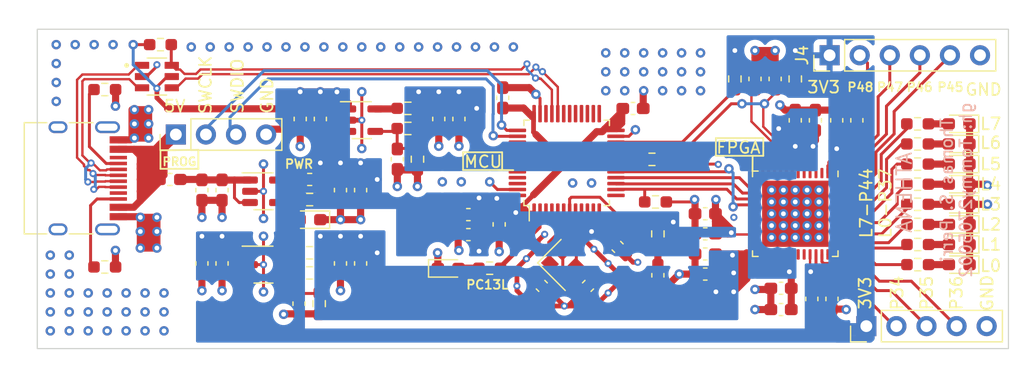
<source format=kicad_pcb>
(kicad_pcb (version 20211014) (generator pcbnew)
  (layers (0 "F.Cu" signal) (1 "In1.Cu" signal) (2 "In2.Cu" signal) (31 "B.Cu" signal) (34 "B.Paste" user) (35 "F.Paste" user) (36 "B.SilkS" user "B.Silkscreen") (37 "F.SilkS" user "F.Silkscreen") (38 "B.Mask" user) (39 "F.Mask" user) (44 "Edge.Cuts" user))
  (net 0 "")
  (net 1 "3.3V")
  (net 2 "GND")
  (net 3 "FPGA_nCRESET")
  (net 4 "FPGA_CDONE")
  (net 5 "5V")
  (net 6 "Net-(R11-Pad1)")
  (net 7 "+2V5")
  (net 8 "+1V2")
  (net 9 "CS")
  (net 10 "PD0")
  (net 11 "PD1")
  (net 12 "NRST")
  (net 13 "ADJ_2V5")
  (net 14 "ADJ_1V2")
  (net 15 "Net-(D1-Pad2)")
  (net 16 "Net-(D2-Pad2)")
  (net 17 "Net-(D3-Pad2)")
  (net 18 "Net-(D4-Pad2)")
  (net 19 "Net-(D5-Pad2)")
  (net 20 "Net-(D6-Pad2)")
  (net 21 "Net-(D7-Pad2)")
  (net 22 "Net-(D8-Pad2)")
  (net 23 "Net-(D9-Pad2)")
  (net 24 "Net-(D10-Pad2)")
  (net 25 "V_USB")
  (net 26 "Net-(FB1-Pad1)")
  (net 27 "Net-(FB2-Pad1)")
  (net 28 "Net-(FB3-Pad1)")
  (net 29 "Net-(J1-PadA5)")
  (net 30 "USBCON_D+")
  (net 31 "USBCON_D-")
  (net 33 "Net-(J1-PadB5)")
  (net 36 "SWCLK")
  (net 37 "SWDIO")
  (net 38 "USB_D+")
  (net 39 "PC13_LED")
  (net 60 "P34")
  (net 61 "P35")
  (net 62 "P36")
  (net 63 "L0")
  (net 64 "L1")
  (net 65 "L2")
  (net 66 "L3")
  (net 67 "L4")
  (net 68 "L5")
  (net 69 "L6")
  (net 70 "L7")
  (net 71 "P45")
  (net 72 "P46")
  (net 73 "P47")
  (net 74 "P48")
  (net 76 "USB_D-")
  (net 77 "PC14")
  (net 78 "PC15")
  (net 79 "PA0")
  (net 80 "PA1")
  (net 81 "PA2")
  (net 82 "PA3")
  (net 83 "SCK")
  (net 84 "MISO")
  (net 85 "MOSI")
  (net 86 "PB0")
  (net 87 "PB1")
  (net 88 "PB12")
  (net 89 "PB13")
  (net 90 "PB14")
  (net 91 "PB15")
  (net 92 "PA8")
  (net 93 "PA9")
  (net 94 "PA10")
  (net 95 "PA13")
  (net 96 "PB3")
  (net 97 "PB4")
  (net 98 "PB5")
  (net 99 "PB6")
  (net 100 "PB7")
  (net 101 "BOOT0")
  (net 102 "PB8")
  (net 103 "PB9")
  (footprint "Capacitor_SMD:C_0603_1608Metric_Pad1.08x0.95mm_HandSolder" (layer "F.Cu") (at 132.3 67.2 90)
    (fp_text reference "C5" hide)
    (fp_text value "100n")
  )
  (footprint "Capacitor_SMD:C_0603_1608Metric_Pad1.08x0.95mm_HandSolder" (layer "F.Cu") (at 135.4 85.8 -90)
    (fp_text reference "C1" hide)
    (fp_text value "100n")
  )
  (footprint "Resistor_SMD:R_0603_1608Metric_Pad0.98x0.95mm_HandSolder" (layer "F.Cu") (at 144.33125 71 180)
    (fp_text reference "R18" hide)
    (fp_text value "300R")
  )
  (footprint "Capacitor_SMD:C_0603_1608Metric_Pad1.08x0.95mm_HandSolder" (layer "F.Cu") (at 132.8 86.7 180)
    (fp_text reference "C16" hide)
    (fp_text value "100n")
  )
  (footprint "Capacitor_SMD:C_0603_1608Metric_Pad1.08x0.95mm_HandSolder" (layer "F.Cu") (at 83.9 82.8 -90)
    (fp_text reference "C34" hide)
    (fp_text value "100n")
  )
  (footprint "Connector_USB:USB_C_Receptacle_HRO_TYPE-C-31-M-12" (layer "F.Cu") (at 72.8 75.6 -90)
    (fp_text reference "J1" hide)
    (fp_text value "USB_C_Receptacle_USB2.0")
  )
  (footprint "Capacitor_SMD:C_0603_1608Metric_Pad1.08x0.95mm_HandSolder" (layer "F.Cu") (at 116.5 84.7 -135)
    (fp_text reference "C23" hide)
    (fp_text value "10p")
  )
  (footprint "Capacitor_SMD:C_0603_1608Metric_Pad1.08x0.95mm_HandSolder" (layer "F.Cu") (at 83.9 76.6 -90)
    (fp_text reference "C7" hide)
    (fp_text value "100n")
  )
  (footprint "Resistor_SMD:R_0603_1608Metric_Pad0.98x0.95mm_HandSolder" (layer "F.Cu") (at 102.1 73.9875 -90)
    (fp_text reference "R4" hide)
    (fp_text value "10k")
  )
  (footprint "Resistor_SMD:R_0603_1608Metric_Pad0.98x0.95mm_HandSolder" (layer "F.Cu") (at 128.9 67.2 -90)
    (fp_text reference "R9" hide)
    (fp_text value "10k")
  )
  (footprint "Resistor_SMD:R_0603_1608Metric_Pad0.98x0.95mm_HandSolder" (layer "F.Cu") (at 144.34375 82.9 180)
    (fp_text reference "R12" hide)
    (fp_text value "300R")
  )
  (footprint "Capacitor_SMD:C_0603_1608Metric_Pad1.08x0.95mm_HandSolder" (layer "F.Cu") (at 103.9 70.5875 -90)
    (fp_text reference "C39" hide)
    (fp_text value "10u")
  )
  (footprint "SnapEDA Library:SOT95P280X145-6N" (layer "F.Cu") (at 80.1 67)
    (fp_text reference "U6" hide)
    (fp_text value "USBLC6-2SC6")
  )
  (footprint "Resistor_SMD:R_0603_1608Metric_Pad0.98x0.95mm_HandSolder" (layer "F.Cu") (at 144.33125 77.8 180)
    (fp_text reference "R14" hide)
    (fp_text value "300R")
  )
  (footprint "Crystal:Crystal_SMD_2520-4Pin_2.5x2.0mm" (layer "F.Cu") (at 114.4 82.929033 -45)
    (fp_text reference "Y1" hide)
    (fp_text value "16MHz")
  )
  (footprint "LED_SMD:LED_0603_1608Metric_Pad1.05x0.95mm_HandSolder" (layer "F.Cu") (at 147.84375 81.2 180)
    (fp_text reference "D9" hide)
    (fp_text value "LED")
  )
  (footprint "Resistor_SMD:R_0603_1608Metric_Pad0.98x0.95mm_HandSolder" (layer "F.Cu") (at 75.7 83.1)
    (fp_text reference "R6" hide)
    (fp_text value "5.1k")
  )
  (footprint "Resistor_SMD:R_0603_1608Metric_Pad0.98x0.95mm_HandSolder" (layer "F.Cu") (at 144.33125 76.1 180)
    (fp_text reference "R15" hide)
    (fp_text value "300R")
  )
  (footprint "Capacitor_SMD:C_0603_1608Metric_Pad1.08x0.95mm_HandSolder" (layer "F.Cu") (at 95.6 76.6 -90)
    (fp_text reference "C8" hide)
    (fp_text value "10u")
  )
  (footprint "Capacitor_SMD:C_0603_1608Metric_Pad1.08x0.95mm_HandSolder" (layer "F.Cu") (at 106.4 78.6725 180)
    (fp_text reference "C18" hide)
    (fp_text value "100n")
  )
  (footprint "Capacitor_SMD:C_0603_1608Metric_Pad1.08x0.95mm_HandSolder" (layer "F.Cu") (at 130.6 67.2 90)
    (fp_text reference "C4" hide)
    (fp_text value "100n")
  )
  (footprint "Resistor_SMD:R_0603_1608Metric_Pad0.98x0.95mm_HandSolder" (layer "F.Cu") (at 122.2 77.6)
    (fp_text reference "R22" hide)
    (fp_text value "10k")
  )
  (footprint "Inductor_SMD:L_0603_1608Metric_Pad1.05x0.95mm_HandSolder" (layer "F.Cu") (at 93 75.7)
    (fp_text reference "FB3" hide)
    (fp_text value "100R@100MHz")
  )
  (footprint "Package_QFP:LQFP-48_7x7mm_P0.5mm" (layer "F.Cu") (at 114.7 74.3 90)
    (fp_text reference "U2" hide)
    (fp_text value "STM32F103C6Tx")
  )
  (footprint "Connector_PinHeader_2.54mm:PinHeader_1x06_P2.54mm_Vertical" (layer "F.Cu") (at 136.9 65.2 90)
    (fp_text reference "J4")
    (fp_text value "Conn_01x06")
  )
  (footprint "Resistor_SMD:R_0603_1608Metric_Pad0.98x0.95mm_HandSolder" (layer "F.Cu") (at 144.33125 74.4 180)
    (fp_text reference "R16" hide)
    (fp_text value "300R")
  )
  (footprint "Capacitor_SMD:C_0603_1608Metric_Pad1.08x0.95mm_HandSolder" (layer "F.Cu") (at 85.6 76.6 -90)
    (fp_text reference "C6" hide)
    (fp_text value "10u")
  )
  (footprint "Capacitor_SMD:C_0603_1608Metric_Pad1.08x0.95mm_HandSolder" (layer "F.Cu") (at 126.4 82 180)
    (fp_text reference "C11" hide)
    (fp_text value "10u")
  )
  (footprint "Capacitor_SMD:C_0603_1608Metric_Pad1.08x0.95mm_HandSolder" (layer "F.Cu") (at 106.4 80.3625 180)
    (fp_text reference "C10" hide)
    (fp_text value "100n")
  )
  (footprint "LED_SMD:LED_0603_1608Metric_Pad1.05x0.95mm_HandSolder" (layer "F.Cu") (at 147.83125 76.1 180)
    (fp_text reference "D4" hide)
    (fp_text value "LED")
  )
  (footprint "Capacitor_SMD:C_0603_1608Metric_Pad1.08x0.95mm_HandSolder" (layer "F.Cu") (at 92.1 86.2 -90)
    (fp_text reference "C41" hide)
    (fp_text value "100n")
  )
  (footprint "Capacitor_SMD:C_0603_1608Metric_Pad1.08x0.95mm_HandSolder" (layer "F.Cu") (at 92.2 70.5875 -90)
    (fp_text reference "C38" hide)
    (fp_text value "100n")
  )
  (footprint "LED_SMD:LED_0603_1608Metric_Pad1.05x0.95mm_HandSolder" (layer "F.Cu") (at 104.695 83.22)
    (fp_text reference "D10" hide)
    (fp_text value "R")
  )
  (footprint "Package_DFN_QFN:QFN-48-1EP_7x7mm_P0.5mm_EP5.6x5.6mm" (layer "F.Cu") (at 134 78.6 -90)
    (fp_text reference "U1" hide)
    (fp_text value "ICE5LP1K-SG48")
  )
  (footprint "Capacitor_SMD:C_0603_1608Metric_Pad1.08x0.95mm_HandSolder" (layer "F.Cu") (at 126.4 83.7 180)
    (fp_text reference "C12" hide)
    (fp_text value "100n")
  )
  (footprint "Package_TO_SOT_SMD:SOT-23-5" (layer "F.Cu") (at 89.1 76.7)
    (fp_text reference "U5" hide)
    (fp_text value "SPX3819M5-L-3-3")
  )
  (footprint "Capacitor_SMD:C_0603_1608Metric_Pad1.08x0.95mm_HandSolder" (layer "F.Cu") (at 126.4 78.6 180)
    (fp_text reference "C25" hide)
    (fp_text value "10u")
  )
  (footprint "Resistor_SMD:R_0603_1608Metric_Pad0.98x0.95mm_HandSolder" (layer "F.Cu") (at 134 67.2 -90)
    (fp_text reference "R10" hide)
    (fp_text value "10k")
  )
  (footprint "LED_SMD:LED_0603_1608Metric_Pad1.05x0.95mm_HandSolder" (layer "F.Cu") (at 93.025 79.1 180)
    (fp_text reference "D1" hide)
    (fp_text value "PWR")
  )
  (footprint "Capacitor_SMD:C_0603_1608Metric_Pad1.08x0.95mm_HandSolder" (layer "F.Cu") (at 137.1 85.8 -90)
    (fp_text reference "C26" hide)
    (fp_text value "10u")
  )
  (footprint "LED_SMD:LED_0603_1608Metric_Pad1.05x0.95mm_HandSolder" (layer "F.Cu") (at 147.84375 79.5 180)
    (fp_text reference "D2" hide)
    (fp_text value "LED")
  )
  (footprint "Resistor_SMD:R_0603_1608Metric_Pad0.98x0.95mm_HandSolder" (layer "F.Cu") (at 93 81.9)
    (fp_text reference "FB1" hide)
    (fp_text value "100R @ 100MHz")
  )
  (footprint "Capacitor_SMD:C_0603_1608Metric_Pad1.08x0.95mm_HandSolder" (layer "F.Cu") (at 119 81.4 -45)
    (fp_text reference "C20" hide)
    (fp_text value "100n")
  )
  (footprint "Capacitor_SMD:C_0603_1608Metric_Pad1.08x0.95mm_HandSolder" (layer "F.Cu") (at 85.6 82.8 -90)
    (fp_text reference "C33" hide)
    (fp_text value "10u")
  )
  (footprint "Resistor_SMD:R_0603_1608Metric_Pad0.98x0.95mm_HandSolder" (layer "F.Cu") (at 80.4 64.3)
    (fp_text reference "R8" hide)
    (fp_text value "1k5")
  )
  (footprint "Resistor_SMD:R_0603_1608Metric_Pad0.98x0.95mm_HandSolder" (layer "F.Cu") (at 101.3 69.6875)
    (fp_text reference "FB2" hide)
    (fp_text value "100R @ 100MHz")
  )
  (footprint "Capacitor_SMD:C_0603_1608Metric_Pad1.08x0.95mm_HandSolder" (layer "F.Cu") (at 139.2 70.7 90)
    (fp_text reference "C27" hide)
    (fp_text value "10u")
  )
  (footprint "Capacitor_SMD:C_0603_1608Metric_Pad1.08x0.95mm_HandSolder" (layer "F.Cu") (at 109.3 68.8 90)
    (fp_text reference "C19" hide)
    (fp_text value "100n")
  )
  (footprint "Resistor_SMD:R_0603_1608Metric_Pad0.98x0.95mm_HandSolder" (layer "F.Cu") (at 93 77.4 180)
    (fp_text reference "R5" hide)
    (fp_text value "300")
  )
  (footprint "Capacitor_SMD:C_0603_1608Metric_Pad1.08x0.95mm_HandSolder" (layer "F.Cu") (at 112.6 84.7 -45)
    (fp_text reference "C22" hide)
    (fp_text value "10p")
  )
  (footprint "Connector_PinHeader_2.54mm:PinHeader_1x05_P2.54mm_Vertical" (layer "F.Cu") (at 140 88.1 90)
    (fp_text reference "J3" hide)
    (fp_text value "Conn_01x05")
  )
  (footprint "Capacitor_SMD:C_0603_1608Metric_Pad1.08x0.95mm_HandSolder" (layer "F.Cu") (at 135.7 70.7 90)
    (fp_text reference "C13" hide)
    (fp_text value "10u")
  )
  (footprint "Capacitor_SMD:C_0603_1608Metric_Pad1.08x0.95mm_HandSolder" (layer "F.Cu") (at 120.3 69.7)
    (fp_text reference "C21" hide)
    (fp_text value "10u")
  )
  (footprint "LED_SMD:LED_0603_1608Metric_Pad1.05x0.95mm_HandSolder" (layer "F.Cu") (at 147.83125 71 180)
    (fp_text reference "D7" hide)
    (fp_text value "LED")
  )
  (footprint "Resistor_SMD:R_0603_1608Metric_Pad0.98x0.95mm_HandSolder" (layer "F.Cu") (at 144.33125 72.7 180)
    (fp_text reference "R17" hide)
    (fp_text value "300R")
  )
  (footprint "Resistor_SMD:R_0603_1608Metric_Pad0.98x0.95mm_HandSolder" (layer "F.Cu") (at 93.8 86.2 -90)
    (fp_text reference "R3" hide)
    (fp_text value "4.7k")
  )
  (footprint "Package_TO_SOT_SMD:SOT-23-5" (layer "F.Cu") (at 97.4 70.6875)
    (fp_text reference "U4" hide)
    (fp_text value "AP7366")
  )
  (footprint "Capacitor_SMD:C_0603_1608Metric_Pad1.08x0.95mm_HandSolder" (layer "F.Cu") (at 97.3 82.8 -90)
    (fp_text reference "C36" hide)
    (fp_text value "100n")
  )
  (footprint "Capacitor_SMD:C_0603_1608Metric_Pad1.08x0.95mm_HandSolder" (layer "F.Cu") (at 93.9 70.5875 -90)
    (fp_text reference "C37" hide)
    (fp_text value "10u")
  )
  (footprint "Capacitor_SMD:C_0603_1608Metric_Pad1.08x0.95mm_HandSolder" (layer "F.Cu") (at 132.8 84.9 180)
    (fp_text reference "C15" hide)
    (fp_text value "100n")
  )
  (footprint "Resistor_SMD:R_0603_1608Metric_Pad0.98x0.95mm_HandSolder" (layer "F.Cu") (at 108.2 83.2 180)
    (fp_text reference "R20" hide)
    (fp_text value "300")
  )
  (footprint "Resistor_SMD:R_0603_1608Metric_Pad0.98x0.95mm_HandSolder" (layer "F.Cu") (at 144.34375 79.5 180)
    (fp_text reference "R13" hide)
    (fp_text value "300R")
  )
  (footprint "Capacitor_SMD:C_0603_1608Metric_Pad1.08x0.95mm_HandSolder" (layer "F.Cu") (at 95.6 82.8 -90)
    (fp_text reference "C35" hide)
    (fp_text value "10u")
  )
  (footprint "Resistor_SMD:R_0603_1608Metric_Pad0.98x0.95mm_HandSolder" (layer "F.Cu") (at 93 83.6 180)
    (fp_text reference "R1" hide)
    (fp_text value "10k")
  )
  (footprint "Capacitor_SMD:C_0603_1608Metric_Pad1.08x0.95mm_HandSolder" (layer "F.Cu") (at 122.4 83.8 -90)
    (fp_text reference "C24" hide)
    (fp_text value "100n")
  )
  (footprint "Resistor_SMD:R_0603_1608Metric_Pad0.98x0.95mm_HandSolder" (layer "F.Cu") (at 122.4 80.3 -90)
    (fp_text reference "R21" hide)
    (fp_text value "10k")
  )
  (footprint "Capacitor_SMD:C_0603_1608Metric_Pad1.08x0.95mm_HandSolder" (layer "F.Cu") (at 134 70.7 90)
    (fp_text reference "C14" hide)
    (fp_text value "10u")
  )
  (footprint "Capacitor_SMD:C_0603_1608Metric_Pad1.08x0.95mm_HandSolder" (layer "F.Cu") (at 109 79.5 -90)
    (fp_text reference "C17" hide)
    (fp_text value "100n")
  )
  (footprint "Fuse:Fuse_0603_1608Metric_Pad1.05x0.95mm_HandSolder" (layer "F.Cu") (at 81.2 75.7)
    (fp_text reference "F1" hide)
    (fp_text value "500mA")
  )
  (footprint "Resistor_SMD:R_0603_1608Metric_Pad0.98x0.95mm_HandSolder" (layer "F.Cu") (at 75.7 68.1)
    (fp_text reference "R7" hide)
    (fp_text value "5.1k")
  )
  (footprint "LED_SMD:LED_0603_1608Metric_Pad1.05x0.95mm_HandSolder" (layer "F.Cu") (at 147.83125 77.8 180)
    (fp_text reference "D3" hide)
    (fp_text value "LED")
  )
  (footprint "LED_SMD:LED_0603_1608Metric_Pad1.05x0.95mm_HandSolder" (layer "F.Cu") (at 147.84375 82.9 180)
    (fp_text reference "D8" hide)
    (fp_text value "LED")
  )
  (footprint "Package_TO_SOT_SMD:SOT-23-5" (layer "F.Cu") (at 89.1 82.9)
    (fp_text reference "U3" hide)
    (fp_text value "AP7366")
  )
  (footprint "Capacitor_SMD:C_0603_1608Metric_Pad1.08x0.95mm_HandSolder" (layer "F.Cu") (at 105.6 70.5875 -90)
    (fp_text reference "C40" hide)
    (fp_text value "100n")
  )
  (footprint "Capacitor_SMD:C_0603_1608Metric_Pad1.08x0.95mm_HandSolder" (layer "F.Cu") (at 97.3 76.6 -90)
    (fp_text reference "C9" hide)
    (fp_text value "100n")
  )
  (footprint "Resistor_SMD:R_0603_1608Metric_Pad0.98x0.95mm_HandSolder" (layer "F.Cu") (at 121.9 74)
    (fp_text reference "R11" hide)
    (fp_text value "10k")
  )
  (footprint "Capacitor_SMD:C_0603_1608Metric_Pad1.08x0.95mm_HandSolder" (layer "F.Cu") (at 137.5 70.7 90)
    (fp_text reference "C3" hide)
    (fp_text value "100n")
  )
  (footprint "Capacitor_SMD:C_0603_1608Metric_Pad1.08x0.95mm_HandSolder" (layer "F.Cu") (at 126.4 80.3 180)
    (fp_text reference "C2" hide)
    (fp_text value "100n")
  )
  (footprint "Connector_PinHeader_2.54mm:PinHeader_1x04_P2.54mm_Vertical" (layer "F.Cu") (at 81.7 71.9 90)
    (fp_text reference "J2" hide)
    (fp_text value "Conn_01x04")
  )
  (footprint "Capacitor_SMD:C_0603_1608Metric_Pad1.08x0.95mm_HandSolder" (layer "F.Cu") (at 100.4 73.9875 -90)
    (fp_text reference "C42" hide)
    (fp_text value "100n")
  )
  (footprint "Resistor_SMD:R_0603_1608Metric_Pad0.98x0.95mm_HandSolder" (layer "F.Cu") (at 144.34375 81.2 180)
    (fp_text reference "R19" hide)
    (fp_text value "300R")
  )
  (footprint "LED_SMD:LED_0603_1608Metric_Pad1.05x0.95mm_HandSolder" (layer "F.Cu") (at 147.83125 72.7 180)
    (fp_text reference "D6" hide)
    (fp_text value "LED")
  )
  (footprint "Resistor_SMD:R_0603_1608Metric_Pad0.98x0.95mm_HandSolder" (layer "F.Cu") (at 101.3 71.3875 180)
    (fp_text reference "R2" hide)
    (fp_text value "5.1k")
  )
  (footprint "LED_SMD:LED_0603_1608Metric_Pad1.05x0.95mm_HandSolder" (layer "F.Cu") (at 147.83125 74.4 180)
    (fp_text reference "D5" hide)
    (fp_text value "LED")
  )
  (gr_line (start 105.95 73.4) (end 106.15 73.4) (layer "F.SilkS") (width 0.15))
  (gr_line (start 80.4 74.8) (end 80.4 73.23) (layer "F.SilkS") (width 0.15))
  (gr_line (start 131.3 72.9) (end 131.3 72.2) (layer "F.SilkS") (width 0.15))
  (gr_line (start 83.6 73.2) (end 80.4 73.23) (layer "F.SilkS") (width 0.15))
  (gr_line (start 109.25 74.9) (end 105.95 74.9) (layer "F.SilkS") (width 0.15))
  (gr_line (start 127.3 72.2) (end 130.6 72.2) (layer "F.SilkS") (width 0.15))
  (gr_line (start 131.3 73.7) (end 127.3 73.7) (layer "F.SilkS") (width 0.15))
  (gr_line (start 131.3 72.9) (end 131.3 73.7) (layer "F.SilkS") (width 0.15))
  (gr_line (start 109.25 73.4) (end 109.25 74.9) (layer "F.SilkS") (width 0.15))
  (gr_line (start 83.6 73.2) (end 83.6 74.8) (layer "F.SilkS") (width 0.15))
  (gr_line (start 83.6 74.8) (end 80.4 74.8) (layer "F.SilkS") (width 0.15))
  (gr_line (start 131.3 72.2) (end 130.6 72.2) (layer "F.SilkS") (width 0.15))
  (gr_line (start 108.9 74.9) (end 110.19 74.91) (layer "F.SilkS") (width 0.15))
  (gr_line (start 105.95 74.9) (end 105.95 73.4) (layer "F.SilkS") (width 0.15))
  (gr_line (start 130.4 73.7) (end 130.39 74.99) (layer "F.SilkS") (width 0.15))
  (gr_line (start 106.15 73.4) (end 109.25 73.4) (layer "F.SilkS") (width 0.15))
  (gr_line (start 127.3 73.7) (end 127.3 72.2) (layer "F.SilkS") (width 0.15))
  (gr_rect (start 70 63) (end 152 90) (layer "Edge.Cuts") (width 0.1) (fill none))
  (gr_text "ATHENA" (at 143.2 76.8 90) (layer "B.SilkS") (effects (font (size 1.25 1.25)) (justify mirror)))
  (gr_text "Thomas S. Perri\ngh: Tommy2705002" (at 147.6 76.6 90) (layer "B.SilkS") (effects (font (size 1 1)) (justify mirror)))
  (gr_text "FPGA" (at 129.2 73) (layer "F.SilkS") (effects (font (size 1 1))))
  (gr_text "P46\n" (at 144.5 67.9) (layer "F.SilkS") (effects (font (size 0.75 0.75))))
  (gr_text "PROG" (at 82 74.2) (layer "F.SilkS") (effects (font (size 0.7 0.7))))
  (gr_text "P35" (at 145.1 85.3 90) (layer "F.SilkS") (effects (font (size 1 1))))
  (gr_text "L1\n" (at 150.5 81.2) (layer "F.SilkS") (effects (font (size 1 1))))
  (gr_text "L4\n" (at 150.5 76.1) (layer "F.SilkS") (effects (font (size 1 1))))
  (gr_text "L0" (at 150.5 83) (layer "F.SilkS") (effects (font (size 1 1))))
  (gr_text "P34" (at 142.6 85.3 90) (layer "F.SilkS") (effects (font (size 1 1))))
  (gr_text "P47\n" (at 142 67.9) (layer "F.SilkS") (effects (font (size 0.75 0.75))))
  (gr_text "MCU" (at 107.65 74.2) (layer "F.SilkS") (effects (font (size 1 1))))
  (gr_text "L2\n" (at 150.5 79.5) (layer "F.SilkS") (effects (font (size 1 1))))
  (gr_text "5V" (at 81.6 69.5) (layer "F.SilkS") (effects (font (size 1 1))))
  (gr_text "3V3" (at 139.9 85.3 90) (layer "F.SilkS") (effects (font (size 1 1))))
  (gr_text "GND\n" (at 89.4 68.6 90) (layer "F.SilkS") (effects (font (size 1 1))))
  (gr_text "L5\n" (at 150.5 74.4) (layer "F.SilkS") (effects (font (size 1 1))))
  (gr_text "PWR" (at 92.1 74.4) (layer "F.SilkS") (effects (font (size 0.75 0.75))))
  (gr_text "SWCLK\n" (at 84.2 67.7 90) (layer "F.SilkS") (effects (font (size 1 1))))
  (gr_text "SWDIO\n" (at 86.9 67.8 90) (layer "F.SilkS") (effects (font (size 1 1))))
  (gr_text "L7" (at 150.5 71) (layer "F.SilkS") (effects (font (size 1 1))))
  (gr_text "3V3" (at 136.4 67.9) (layer "F.SilkS") (effects (font (size 1 1))))
  (gr_text "PC13L" (at 108 84.6) (layer "F.SilkS") (effects (font (size 0.75 0.75))))
  (gr_text "P36\n" (at 147.6 85.3 90) (layer "F.SilkS") (effects (font (size 1 1))))
  (gr_text "GND\n" (at 149.9 68.1) (layer "F.SilkS") (effects (font (size 1 1))))
  (gr_text "P48" (at 139.5 67.9) (layer "F.SilkS") (effects (font (size 0.75 0.75))))
  (gr_text "GND\n" (at 150.2 85.3 90) (layer "F.SilkS") (effects (font (size 1 1))))
  (gr_text "L3\n" (at 150.5 77.8) (layer "F.SilkS") (effects (font (size 1 1))))
  (gr_text "P45" (at 147.1 67.9) (layer "F.SilkS") (effects (font (size 0.75 0.75))))
  (gr_text "L7-P44\nL0-P37\n" (at 140.8 77.7 90) (layer "F.SilkS") (effects (font (size 1 1))))
  (gr_text "L6" (at 150.5 72.6) (layer "F.SilkS") (effects (font (size 1 1))))
  (segment (start 81.025 69.725) (end 81 69.7) (width 0.6) (layer "F.Cu") (net 1))
  (segment (start 95.3 68.3) (end 94.6 68.3) (width 0.6) (layer "F.Cu") (net 1))
  (segment (start 115.95 78.4625) (end 115.95 79.265006) (width 0.25) (layer "F.Cu") (net 1))
  (segment (start 94.975 74.925) (end 95.6 74.3) (width 0.6) (layer "F.Cu") (net 1))
  (segment (start 84.2625 81.9375) (end 85 81.2) (width 0.6) (layer "F.Cu") (net 1))
  (segment (start 111.1625 78.4625) (end 110.4375 78.4625) (width 0.6) (layer "F.Cu") (net 1))
  (segment (start 93.875 75.7) (end 93.875 75.025) (width 0.6) (layer "F.Cu") (net 1))
  (segment (start 128.6 80.2) (end 128.75 80.35) (width 0.2) (layer "F.Cu") (net 1))
  (segment (start 92.2 68.2875) (end 92.4625 68.2875) (width 0.6) (layer "F.Cu") (net 1))
  (segment (start 118.9 71.3) (end 118.8 71.3) (width 0.4) (layer "F.Cu") (net 1))
  (segment (start 95.2875 68.2875) (end 95.3 68.3) (width 0.6) (layer "F.Cu") (net 1))
  (segment (start 135.9625 84.9375) (end 135.9625 84.6625) (width 0.6) (layer "F.Cu") (net 1))
  (segment (start 109 78) (end 109 77.5) (width 0.6) (layer "F.Cu") (net 1))
  (segment (start 122.4 79.3875) (end 123.6125 79.3875) (width 0.6) (layer "F.Cu") (net 1))
  (segment (start 134 66.2875) (end 134 64.8) (width 0.6) (layer "F.Cu") (net 1))
  (segment (start 127.3 77.4) (end 127.2625 77.4375) (width 0.6) (layer "F.Cu") (net 1))
  (segment (start 86.95 83.85) (end 86.7 83.6) (width 0.25) (layer "F.Cu") (net 1))
  (segment (start 97.3 75.6) (end 97.95 74.95) (width 0.6) (layer "F.Cu") (net 1))
  (segment (start 86.7 83.6) (end 86.7 82.1) (width 0.25) (layer "F.Cu") (net 1))
  (segment (start 92.2 69.725) (end 93.9 69.725) (width 0.6) (layer "F.Cu") (net 1))
  (segment (start 98.6625 75.7375) (end 98.7 75.7) (width 0.6) (layer "F.Cu") (net 1))
  (segment (start 116.784994 80.1) (end 116.8 80.1) (width 0.25) (layer "F.Cu") (net 1))
  (segment (start 86.7 82.1) (end 86.5375 81.9375) (width 0.25) (layer "F.Cu") (net 1))
  (segment (start 84.1625 80.5) (end 85.6 81.9375) (width 0.6) (layer "F.Cu") (net 1))
  (segment (start 95.8625 74.3) (end 97.3 75.7375) (width 0.6) (layer "F.Cu") (net 1))
  (segment (start 94.225 75.025) (end 93.875 75.025) (width 0.6) (layer "F.Cu") (net 1))
  (segment (start 110.3 77.7) (end 109.6 77.7) (width 0.6) (layer "F.Cu") (net 1))
  (segment (start 108.8 77.3) (end 107.3375 77.3) (width 0.6) (layer "F.Cu") (net 1))
  (segment (start 136.7375 84.9375) (end 135.7 83.9) (width 0.6) (layer "F.Cu") (net 1))
  (segment (start 110.5375 77.05) (end 110.5375 77.9375) (width 0.25) (layer "F.Cu") (net 1))
  (segment (start 109 77.5) (end 108.8 77.3) (width 0.6) (layer "F.Cu") (net 1))
  (segment (start 92.4625 69.725) (end 93.9 68.2875) (width 0.6) (layer "F.Cu") (net 1))
  (segment (start 111.125 78.5) (end 111.1625 78.4625) (width 0.6) (layer "F.Cu") (net 1))
  (segment (start 119.4375 69.7) (end 119.4375 70.975) (width 0.4) (layer "F.Cu") (net 1))
  (segment (start 119.4375 69.7625) (end 119.4375 69.7) (width 0.4) (layer "F.Cu") (net 1))
  (segment (start 97.3 75.3) (end 97.3 74.3) (width 0.6) (layer "F.Cu") (net 1))
  (segment (start 107.2625 78.6725) (end 107.935 78) (width 0.6) (layer "F.Cu") (net 1))
  (segment (start 81 69.7) (end 80.1 68.8) (width 0.4) (layer "F.Cu") (net 1))
  (segment (start 112.1 76.8) (end 111.90048 76.99952) (width 0.4) (layer "F.Cu") (net 1))
  (segment (start 97.3 75.7375) (end 98.6625 75.7375) (width 0.6) (layer "F.Cu") (net 1))
  (segment (start 95.8625 75.7375) (end 97.3 74.3) (width 0.6) (layer "F.Cu") (net 1))
  (segment (start 108.8 77.3) (end 108.635 77.3) (width 0.6) (layer "F.Cu") (net 1))
  (segment (start 85.3375 80.5) (end 83.9 81.9375) (width 0.6) (layer "F.Cu") (net 1))
  (segment (start 117.80048 71.70048) (end 118.00048 71.50048) (width 0.4) (layer "F.Cu") (net 1))
  (segment (start 95.95 69.425) (end 95.775 69.425) (width 0.6) (layer "F.Cu") (net 1))
  (segment (start 95.275 69.425) (end 95.275 68.925) (width 0.6) (layer "F.Cu") (net 1))
  (segment (start 95.95 69.425) (end 95.275 69.425) (width 0.6) (layer "F.Cu") (net 1))
  (segment (start 97.3 75.7375) (end 95.6 75.7375) (width 0.6) (layer "F.Cu") (net 1))
  (segment (start 107.8275 78.6725) (end 108.965 78.6725) (width 0.6) (layer "F.Cu") (net 1))
  (segment (start 137.1 84.9375) (end 136.7375 84.9375) (width 0.6) (layer "F.Cu") (net 1))
  (segment (start 110.4 78.5) (end 109.9 78) (width 0.6) (layer "F.Cu") (net 1))
  (segment (start 92.2 69.725) (end 81.025 69.725) (width 0.6) (layer "F.Cu") (net 1))
  (segment (start 109.2 77.3) (end 109.6 77.7) (width 0.6) (layer "F.Cu") (net 1))
  (segment (start 92.2 69.725) (end 92.4625 69.725) (width 0.6) (layer "F.Cu") (net 1))
  (segment (start 115.95 79.265006) (end 116.784994 80.1) (width 0.25) (layer "F.Cu") (net 1))
  (segment (start 94.9375 75.7375) (end 94.225 75.025) (width 0.6) (layer "F.Cu") (net 1))
  (segment (start 109.9 78) (end 109 78) (width 0.6) (layer "F.Cu") (net 1))
  (segment (start 97.3 75.7375) (end 96.5875 75.025) (width 0.6) (layer "F.Cu") (net 1))
  (segment (start 92.2 69.725) (end 92.2 68.2875) (width 0.6) (layer "F.Cu") (net 1))
  (segment (start 98.3 75.3) (end 97.3 75.3) (width 0.6) (layer "F.Cu") (net 1))
  (segment (start 95.3 68.325) (end 93.9 69.725) (width 0.6) (layer "F.Cu") (net 1))
  (segment (start 96.25 69.725) (end 96.2625 69.7375) (width 0.6) (layer "F.Cu") (net 1))
  (segment (start 108.5 78) (end 107.8275 78.6725) (width 0.6) (layer "F.Cu") (net 1))
  (segment (start 135.2 83.9) (end 135.2 84.7375) (width 0.6) (layer "F.Cu") (net 1))
  (segment (start 117.49952 71.70048) (end 117.85 71.35) (width 0.4) (layer "F.Cu") (net 1))
  (segment (start 109.6625 78.6375) (end 110.2625 78.6375) (width 0.6) (layer "F.Cu") (net 1))
  (segment (start 80.1 68.8) (end 80.1 68) (width 0.4) (layer "F.Cu") (net 1))
  (segment (start 118.19952 71.50048) (end 118.00048 71.50048) (width 0.4) (layer "F.Cu") (net 1))
  (segment (start 108.5 78) (end 109 78) (width 0.6) (layer "F.Cu") (net 1))
  (segment (start 119.4375 70.975) (end 118.91202 71.50048) (width 0.4) (layer "F.Cu") (net 1))
  (segment (start 95.6 75.7375) (end 95.8625 75.7375) (width 0.6) (layer "F.Cu") (net 1))
  (segment (start 86.5375 81.9375) (end 87.95 81.9375) (width 0.6) (layer "F.Cu") (net 1))
  (segment (start 107.2625 80.3625) (end 107.2625 81.725) (width 0.4) (layer "F.Cu") (net 1))
  (segment (start 92.2 69.2) (end 92.7875 68.6125) (width 0.6) (layer "F.Cu") (net 1))
  (segment (start 111.1625 78.4625) (end 110.8625 78.4625) (width 0.25) (layer "F.Cu") (net 1))
  (segment (start 85 81.2) (end 84 81.2) (width 0.6) (layer "F.Cu") (net 1))
  (segment (start 97.3 75.7375) (end 97.3 75.3) (width 0.6) (layer "F.Cu") (net 1))
  (segment (start 92.2 69.725) (end 92.2 69.2) (width 0.6) (layer "F.Cu") (net 1))
  (segment (start 110.5375 77.9375) (end 110.5375 78.3625) (width 0.25) (layer "F.Cu") (net 1))
  (segment (start 95.275 69.725) (end 95.275 69.425) (width 0.6) (layer "F.Cu") (net 1))
  (segment (start 85.6 80.5) (end 85.3375 80.5) (width 0.6) (layer "F.Cu") (net 1))
  (segment (start 97.95 74.95) (end 97.3 74.3) (width 0.6) (layer "F.Cu") (net 1))
  (segment (start 85.6 81.9375) (end 85.6 81.2) (width 0.6) (layer "F.Cu") (net 1))
  (segment (start 128.6 80.2) (end 128.5 80.3) (width 0.6) (layer "F.Cu") (net 1))
  (segment (start 110.9 78) (end 111.1625 78.2625) (width 0.6) (layer "F.Cu") (net 1))
  (segment (start 93.9 68.35) (end 94.225 68.675) (width 0.6) (layer "F.Cu") (net 1))
  (segment (start 93.9 68.2875) (end 93.9 68.35) (width 0.6) (layer "F.Cu") (net 1))
  (segment (start 137.1 84.6) (end 136.4 83.9) (width 0.6) (layer "F.Cu") (net 1))
  (segment (start 92.7875 68.6125) (end 93.9 69.725) (width 0.6) (layer "F.Cu") (net 1))
  (segment (start 135.9625 84.9375) (end 137.1 84.9375) (width 0.6) (layer "F.Cu") (net 1))
  (segment (start 111.90048 76.99952) (end 114.6 74.3) (width 0.6) (layer "F.Cu") (net 1))
  (segment (start 93.9 74.3) (end 94.1625 74.3) (width 0.6) (layer "F.Cu") (net 1))
  (segment (start 108.8 77.3) (end 109.2 77.3) (width 0.6) (layer "F.Cu") (net 1))
  (segment (start 80.970253 67) (end 80.1 67.870253) (width 0.25) (layer "F.Cu") (net 1))
  (segment (start 135.9625 84.6625) (end 135.2 83.9) (width 0.6) (layer "F.Cu") (net 1))
  (segment (start 111.1625 78.2625) (end 111.1625 78.4625) (width 0.6) (layer "F.Cu") (net 1))
  (segment (start 96.2625 71.6375) (end 95.4 71.6375) (width 0.25) (layer "F.Cu") (net 1))
  (segment (start 107.3 77.5) (end 107.3 78.635) (width 0.6) (layer "F.Cu") (net 1))
  (segment (start 110.2625 78.6375) (end 110.4 78.5) (width 0.6) (layer "F.Cu") (net 1))
  (segment (start 94.225 68.675) (end 95.275 69.725) (width 0.6) (layer "F.Cu") (net 1))
  (segment (start 123.6125 79.3875) (end 123.7 79.3) (width 0.6) (layer "F.Cu") (net 1))
  (segment (start 135.2 83.6) (end 135.2 83.9) (width 0.6) (layer "F.Cu") (net 1))
  (segment (start 107.935 78) (end 108.5 78) (width 0.6) (layer "F.Cu") (net 1))
  (segment (start 109 78.6375) (end 109.2625 78.6375) (width 0.6) (layer "F.Cu") (net 1))
  (segment (start 92.4625 68.2875) (end 92.7875 68.6125) (width 0.6) (layer "F.Cu") (net 1))
  (segment (start 96.5875 75.025) (end 94.975 75.025) (width 0.6) (layer "F.Cu") (net 1))
  (segment (start 110.7 78.8) (end 109.825 78.8) (width 0.25) (layer "F.Cu") (net 1))
  (segment (start 114.6 74.3) (end 117.237982 71.662018) (width 0.6) (layer "F.Cu") (net 1))
  (segment (start 109 78.6375) (end 109 78) (width 0.6) (layer "F.Cu") (net 1))
  (segment (start 128.5 80.3) (end 128.3 80.3) (width 0.6) (layer "F.Cu") (net 1))
  (segment (start 93.875 77.3625) (end 93.9125 77.4) (width 0.6) (layer "F.Cu") (net 1))
  (segment (start 107.435 77.5) (end 107.3 77.5) (width 0.6) (layer "F.Cu") (net 1))
  (segment (start 93.9 69.725) (end 93.9 68.2875) (width 0.6) (layer "F.Cu") (net 1))
  (segment (start 135.2 84.7375) (end 135.4 84.9375) (width 0.6) (layer "F.Cu") (net 1))
  (segment (start 116.8 80.1) (end 117.7 80.1) (width 0.4) (layer "F.Cu") (net 1))
  (segment (start 119.4375 70.7625) (end 119.2 71) (width 0.4) (layer "F.Cu") (net 1))
  (segment (start 111.0375 78.4625) (end 110.7 78.8) (width 0.25) (layer "F.Cu") (net 1))
  (segment (start 136.75 75.1625) (end 136.75 74.55) (width 0.25) (layer "F.Cu") (net 1))
  (segment (start 110.5375 78.1375) (end 110.8625 78.4625) (width 0.25) (layer "F.Cu") (net 1))
  (segment (start 117.237982 71.662018) (end 117.700489 71.662018) (width 0.6) (layer "F.Cu") (net 1))
  (segment (start 96.2625 69.7375) (end 96.2625 69.2625) (width 0.6) (layer "F.Cu") (net 1))
  (segment (start 96.2625 69.2625) (end 95.3 68.3) (width 0.6) (layer "F.Cu") (net 1))
  (segment (start 107.3 77.2625) (end 107.625 77.2625) (width 0.6) (layer "F.Cu") (net 1))
  (segment (start 97.3 75.7375) (end 97.3 75.6) (width 0.6) (layer "F.Cu") (net 1))
  (segment (start 83.9 81.1) (end 83.9 80.5) (width 0.6) (layer "F.Cu") (net 1))
  (segment (start 84 81.2) (end 83.9 81.1) (width 0.6) (layer "F.Cu") (net 1))
  (segment (start 95.6 75.7375) (end 95.6 74.3) (width 0.6) (layer "F.Cu") (net 1))
  (segment (start 111.95 78.4625) (end 111.1625 78.4625) (width 0.25) (layer "F.Cu") (net 1))
  (segment (start 135.3 83.5) (end 135.2 83.6) (width 0.6) (layer "F.Cu") (net 1))
  (segment (start 107.3375 77.3) (end 107.3 77.2625) (width 0.6) (layer "F.Cu") (net 1))
  (segment (start 117.85 71.35) (end 118.00048 71.50048) (width 0.4) (layer "F.Cu") (net 1))
  (segment (start 107.2625 78.6725) (end 107.8275 78.6725) (width 0.6) (layer "F.Cu") (net 1))
  (segment (start 114.5 74.3) (end 114.6 74.3) (width 0.6) (layer "F.Cu") (net 1))
  (segment (start 111.90048 71.70048) (end 112.1 71.9) (width 0.4) (layer "F.Cu") (net 1))
  (segment (start 83.9 80.5) (end 85.6 80.5) (width 0.6) (layer "F.Cu") (net 1))
  (segment (start 127.2625 79.2625) (end 128.3 80.3) (width 0.6) (layer "F.Cu") (net 1))
  (segment (start 111.0625 69.6625) (end 111.80048 70.40048) (width 0.6) (layer "F.Cu") (net 1))
  (segment (start 95.4 71.6375) (end 94.9375 71.175) (width 0.25) (layer "F.Cu") (net 1))
  (segment (start 128.6 79.9375) (end 127.2625 78.6) (width 0.6) (layer "F.Cu") (net 1))
  (segment (start 111.0625 78.4625) (end 111.0375 78.4625) (width 0.25) (layer "F.Cu") (net 1))
  (segment (start 108.635 77.3) (end 107.2625 78.6725) (width 0.6) (layer "F.Cu") (net 1))
  (segment (start 117.49952 71.70048) (end 117.80048 71.70048) (width 0.4) (layer "F.Cu") (net 1))
  (segment (start 118.91202 71.50048) (end 118.00048 71.50048) (width 0.4) (layer "F.Cu") (net 1))
  (segment (start 110.5375 77.9375) (end 110.3 77.7) (width 0.6) (layer "F.Cu") (net 1))
  (segment (start 109.8375 78.6375) (end 110.5375 77.9375) (width 0.25) (layer "F.Cu") (net 1))
  (segment (start 107.3 77.2625) (end 107.3 77.5) (width 0.6) (layer "F.Cu") (net 1))
  (segment (start 93.9125 75.7375) (end 93.875 75.7) (width 0.6) (layer "F.Cu") (net 1))
  (segment (start 109.825 78.8) (end 109.6625 78.6375) (width 0.25) (layer "F.Cu") (net 1))
  (segment (start 119.4375 69.7) (end 119.4375 70.2625) (width 0.4) (layer "F.Cu") (net 1))
  (segment (start 95.6 75.7375) (end 94.9375 75.7375) (width 0.6) (layer "F.Cu") (net 1))
  (segment (start 95.275 74.3) (end 93.875 75.7) (width 0.6) (layer "F.Cu") (net 1))
  (segment (start 117.7 80.1) (end 118.39012 80.79012) (width 0.4) (layer "F.Cu") (net 1))
  (segment (start 111.90048 76.99952) (end 110.9 78) (width 0.4) (layer "F.Cu") (net 1))
  (segment (start 79.4875 64.3) (end 78.1 64.3) (width 0.25) (layer "F.Cu") (net 1))
  (segment (start 80.1 67.870253) (end 80.1 68) (width 0.25) (layer "F.Cu") (net 1))
  (segment (start 128.6 80.2) (end 128.6 79.9375) (width 0.6) (layer "F.Cu") (net 1))
  (segment (start 107.3 78.635) (end 107.2625 78.6725) (width 0.6) (layer "F.Cu") (net 1))
  (segment (start 109.6 77.7) (end 109.9 78) (width 0.6) (layer "F.Cu") (net 1))
  (segment (start 127.2625 77.4375) (end 127.2625 78.6) (width 0.6) (layer "F.Cu") (net 1))
  (segment (start 117.85 71.35) (end 119.4375 69.7625) (width 0.4) (layer "F.Cu") (net 1))
  (segment (start 111.0625 78.4625) (end 111.1625 78.4625) (width 0.25) (layer "F.Cu") (net 1))
  (segment (start 95.275 68.325) (end 95.3 68.3) (width 0.6) (layer "F.Cu") (net 1))
  (segment (start 94.975 75.025) (end 94.975 74.925) (width 0.6) (layer "F.Cu") (net 1))
  (segment (start 87.95 81.9375) (end 87.9625 81.95) (width 0.6) (layer "F.Cu") (net 1))
  (segment (start 110.5375 78.3625) (end 110.4 78.5) (width 0.25) (layer "F.Cu") (net 1))
  (segment (start 110.4 78.5) (end 111.125 78.5) (width 0.6) (layer "F.Cu") (net 1))
  (segment (start 111.90048 70.08798) (end 111.90048 71.70048) (width 0.4) (layer "F.Cu") (net 1))
  (segment (start 92.2 68.2875) (end 95.2875 68.2875) (width 0.6) (layer "F.Cu") (net 1))
  (segment (start 135.4 84.9375) (end 135.9625 84.9375) (width 0.6) (layer "F.Cu") (net 1))
  (segment (start 110.9 78) (end 110.4 78.5) (width 0.4) (layer "F.Cu") (net 1))
  (segment (start 109.2625 78.6375) (end 109.9 78) (width 0.6) (layer "F.Cu") (net 1))
  (segment (start 85.6 81.2) (end 85.6 80.5) (width 0.6) (layer "F.Cu") (net 1))
  (segment (start 95.275 69.725) (end 96.25 69.725) (width 0.6) (layer "F.Cu") (net 1))
  (segment (start 83.9 80.5) (end 84.1625 80.5) (width 0.6) (layer "F.Cu") (net 1))
  (segment (start 93.875 75.7) (end 93.875 77.3625) (width 0.6) (layer "F.Cu") (net 1))
  (segment (start 98.7 75.7) (end 97.95 74.95) (width 0.6) (layer "F.Cu") (net 1))
  (segment (start 136.75 74.55) (end 137 74.3) (width 0.25) (layer "F.Cu") (net 1))
  (segment (start 87.9625 83.85) (end 86.95 83.85) (width 0.25) (layer "F.Cu") (net 1))
  (segment (start 93.875 75.025) (end 93.875 74.325) (width 0.6) (layer "F.Cu") (net 1))
  (segment (start 119.4375 69.7) (end 119.4375 70.7625) (width 0.4) (layer "F.Cu") (net 1))
  (segment (start 94.975 75.025) (end 94.225 75.025) (width 0.6) (layer "F.Cu") (net 1))
  (segment (start 85.6 81.2) (end 85 81.2) (width 0.6) (layer "F.Cu") (net 1))
  (segment (start 127.2625 78.6) (end 127.2625 80.3) (width 0.6) (layer "F.Cu") (net 1))
  (segment (start 136.4 83.9) (end 135.7 83.9) (width 0.6) (layer "F.Cu") (net 1))
  (segment (start 107.935 78) (end 107.435 77.5) (width 0.6) (layer "F.Cu") (net 1))
  (segment (start 85.6 81.9375) (end 86.5375 81.9375) (width 0.6) (layer "F.Cu") (net 1))
  (segment (start 127.2625 78.6) (end 127.2625 79.2625) (width 0.6) (layer "F.Cu") (net 1))
  (segment (start 95.6 74.3) (end 95.275 74.3) (width 0.6) (layer "F.Cu") (net 1))
  (segment (start 109.3 69.6625) (end 111.0625 69.6625) (width 0.6) (layer "F.Cu") (net 1))
  (segment (start 83.9 81.9375) (end 85.6 81.9375) (width 0.6) (layer "F.Cu") (net 1))
  (segment (start 137 74.3) (end 137.5 73.8) (width 0.6) (layer "F.Cu") (net 1))
  (segment (start 94.6 68.3) (end 94.225 68.675) (width 0.6) (layer "F.Cu") (net 1))
  (segment (start 93.9 69.725) (end 94.9375 69.725) (width 0.6) (layer "F.Cu") (net 1))
  (segment (start 119.2 71) (end 118.9 71.3) (width 0.4) (layer "F.Cu") (net 1))
  (segment (start 95.6 75.7375) (end 93.9125 75.7375) (width 0.6) (layer "F.Cu") (net 1))
  (segment (start 94.9375 69.725) (end 95.275 69.725) (width 0.6) (layer "F.Cu") (net 1))
  (segment (start 95.275 68.925) (end 95.275 68.325) (width 0.6) (layer "F.Cu") (net 1))
  (segment (start 135.25 83.45) (end 135.25 82.0375) (width 0.2) (layer "F.Cu") (net 1))
  (segment (start 93.875 74.325) (end 93.9 74.3) (width 0.6) (layer "F.Cu") (net 1))
  (segment (start 119.4375 70.2625) (end 118.19952 71.50048) (width 0.4) (layer "F.Cu") (net 1))
  (segment (start 95.3 68.3) (end 95.3 68.325) (width 0.6) (layer "F.Cu") (net 1))
  (segment (start 139.2 71.5625) (end 137.5 71.5625) (width 0.6) (layer "F.Cu") (net 1))
  (segment (start 110.4375 78.4625) (end 110.4 78.5) (width 0.6) (layer "F.Cu") (net 1))
  (segment (start 135.7 83.9) (end 135.3 83.5) (width 0.6) (layer "F.Cu") (net 1))
  (segment (start 96.2625 69.7375) (end 95.95 69.425) (width 0.6) (layer "F.Cu") (net 1))
  (segment (start 83.9 81.9375) (end 83.9 81.1) (width 0.6) (layer "F.Cu") (net 1))
  (segment (start 137.5 71.5625) (end 137.5 73.1) (width 0.6) (layer "F.Cu") (net 1))
  (segment (start 112.1 71.9) (end 114.5 74.3) (width 0.6) (layer "F.Cu") (net 1))
  (segment (start 83.9 81.9375) (end 84.2625 81.9375) (width 0.6) (layer "F.Cu") (net 1))
  (segment (start 128.75 80.35) (end 130.5625 80.35) (width 0.2) (layer "F.Cu") (net 1))
  (segment (start 81.355 67) (end 80.970253 67) (width 0.25) (layer "F.Cu") (net 1))
  (segment (start 128.9 66.2875) (end 128.9 64.8) (width 0.6) (layer "F.Cu") (net 1))
  (segment (start 109 78.6375) (end 109.6625 78.6375) (width 0.6) (layer "F.Cu") (net 1))
  (segment (start 128.3 80.3) (end 127.2625 80.3) (width 0.6) (layer "F.Cu") (net 1))
  (segment (start 93.9 74.3) (end 97.3 74.3) (width 0.6) (layer "F.Cu") (net 1))
  (segment (start 137.1 84.9375) (end 137.1 84.6) (width 0.6) (layer "F.Cu") (net 1))
  (segment (start 107.2625 78.6725) (end 107.2625 80.3625) (width 0.6) (layer "F.Cu") (net 1))
  (segment (start 94.1625 74.3) (end 95.6 75.7375) (width 0.6) (layer "F.Cu") (net 1))
  (segment (start 95.6 74.3) (end 95.8625 74.3) (width 0.6) (layer "F.Cu") (net 1))
  (segment (start 135.3 83.5) (end 135.25 83.45) (width 0.2) (layer "F.Cu") (net 1))
  (segment (start 110.5375 77.9375) (end 111.0625 78.4625) (width 0.25) (layer "F.Cu") (net 1))
  (segment (start 109.6625 78.6375) (end 109.8375 78.6375) (width 0.25) (layer "F.Cu") (net 1))
  (segment (start 94.9375 71.175) (end 94.9375 69.725) (width 0.25) (layer "F.Cu") (net 1))
  (segment (start 95.775 69.425) (end 95.275 68.925) (width 0.6) (layer "F.Cu") (net 1))
  (segment (start 107.625 77.2625) (end 109 78.6375) (width 0.6) (layer "F.Cu") (net 1))
  (segment (start 110.5375 77.9375) (end 110.5375 78.1375) (width 0.25) (layer "F.Cu") (net 1))
  (segment (start 137.5 73.8) (end 137.5 73.1) (width 0.6) (layer "F.Cu") (net 1))
  (segment (start 98.7 75.7) (end 98.3 75.3) (width 0.6) (layer "F.Cu") (net 1))
  (segment (start 110.8625 78.4625) (end 110.4375 78.4625) (width 0.25) (layer "F.Cu") (net 1))
  (via (at 95.3 68.3) (size 0.8) (drill 0.4) (layers "F.Cu" "B.Cu") (net 1))
  (via (at 107.3 81.7625) (size 0.8) (drill 0.4) (layers "F.Cu" "B.Cu") (net 1))
  (via (at 80.1 68) (size 0.6) (drill 0.3) (layers "F.Cu" "B.Cu") (net 1))
  (via (at 127.3 77.4) (size 0.8) (drill 0.4) (layers "F.Cu" "B.Cu") (net 1))
  (via (at 97.3 74.3) (size 0.8) (drill 0.4) (layers "F.Cu" "B.Cu") (net 1))
  (via (at 78.1 64.3) (size 0.8) (drill 0.4) (layers "F.Cu" "B.Cu") (net 1))
  (via (at 116.8 80.1) (size 0.8) (drill 0.4) (layers "F.Cu" "B.Cu") (net 1))
  (via (at 85.6 80.5) (size 0.8) (drill 0.4) (layers "F.Cu" "B.Cu") (net 1))
  (via (at 135.3 83.5) (size 0.8) (drill 0.4) (layers "F.Cu" "B.Cu") (net 1))
  (via (at 134 64.8) (size 0.8) (drill 0.4) (layers "F.Cu" "B.Cu") (net 1))
  (via (at 108.8 77.3) (size 0.8) (drill 0.4) (layers "F.Cu" "B.Cu") (net 1))
  (via (at 98.7 75.7) (size 0.8) (drill 0.4) (layers "F.Cu" "B.Cu") (net 1))
  (via (at 107.3 77.2625) (size 0.8) (drill 0.4) (layers "F.Cu" "B.Cu") (net 1))
  (via (at 95.6 74.3) (size 0.8) (drill 0.4) (layers "F.Cu" "B.Cu") (net 1))
  (via (at 128.6 80.2) (size 0.8) (drill 0.4) (layers "F.Cu" "B.Cu") (net 1))
  (via (at 123.7 79.3) (size 0.8) (drill 0.4) (layers "F.Cu" "B.Cu") (net 1))
  (via (at 83.9 80.5) (size 0.8) (drill 0.4) (layers "F.Cu" "B.Cu") (net 1))
  (via (at 110.4 78.5) (size 0.8) (drill 0.4) (layers "F.Cu" "B.Cu") (net 1))
  (via (at 128.9 64.8) (size 0.8) (drill 0.4) (layers "F.Cu" "B.Cu") (net 1))
  (via (at 137.5 73.1) (size 0.8) (drill 0.4) (layers "F.Cu" "B.Cu") (net 1))
  (via (at 93.9 74.3) (size 0.8) (drill 0.4) (layers "F.Cu" "B.Cu") (net 1))
  (via (at 93.9 68.2875) (size 0.8) (drill 0.4) (layers "F.Cu" "B.Cu") (net 1))
  (via (at 92.2 68.2875) (size 0.8) (drill 0.4) (layers "F.Cu" "B.Cu") (net 1))
  (segment (start 78.1 66) (end 80.1 68) (width 0.25) (layer "B.Cu") (net 1))
  (segment (start 140.4 87.7) (end 140 88.1) (width 0.6) (layer "B.Cu") (net 1))
  (segment (start 137.5 89.2) (end 140.3 89.2) (width 0.6) (layer "B.Cu") (net 1))
  (segment (start 140 88.1) (end 139.5 88.6) (width 0.6) (layer "B.Cu") (net 1))
  (segment (start 139.5 87.6) (end 139.5 86.5) (width 0.6) (layer "B.Cu") (net 1))
  (segment (start 140.4 89.1) (end 140.4 87.7) (width 0.6) (layer "B.Cu") (net 1))
  (segment (start 78.1 64.3) (end 78.1 66) (width 0.25) (layer "B.Cu") (net 1))
  (segment (start 140.4 89.1) (end 140.4 86.5) (width 0.6) (layer "B.Cu") (net 1))
  (segment (start 140 88.1) (end 139.5 87.6) (width 0.6) (layer "B.Cu") (net 1))
  (segment (start 140.3 89.2) (end 140.4 89.1) (width 0.6) (layer "B.Cu") (net 1))
  (segment (start 139.5 88.6) (end 138.2 88.6) (width 0.6) (layer "B.Cu") (net 1))
  (segment (start 78.2 69.8) (end 78.2 71) (width 0.6) (layer "F.Cu") (net 2))
  (segment (start 78.7 80.1) (end 80.1 80.1) (width 0.6) (layer "F.Cu") (net 2))
  (segment (start 130.6 64.8) (end 130.7625 64.8) (width 0.6) (layer "F.Cu") (net 2))
  (segment (start 108.85 76.55) (end 108.2 75.9) (width 0.25) (layer "F.Cu") (net 2))
  (segment (start 87.9625 76.7) (end 89.1 76.7) (width 0.25) (layer "F.Cu") (net 2))
  (segment (start 110.5 83.2) (end 112.3 81.4) (width 0.4) (layer "F.Cu") (net 2))
  (segment (start 125.5375 77.4375) (end 125.5375 78.6) (width 0.6) (layer "F.Cu") (net 2))
  (segment (start 78.2 69.8) (end 79.4 71) (width 0.6) (layer "F.Cu") (net 2))
  (segment (start 130.6 85) (end 131.8375 85) (width 0.6) (layer "F.Cu") (net 2))
  (segment (start 85.6 77.4625) (end 85.6 78.9) (width 0.6) (layer "F.Cu") (net 2))
  (segment (start 80.1 80.1) (end 78.7 81.5) (width 0.6) (layer "F.Cu") (net 2))
  (segment (start 130.6 65.4) (end 130.6 64.8) (width 0.6) (layer "F.Cu") (net 2))
  (segment (start 76.6 81.7) (end 76.6 83.0875) (width 0.6) (layer "F.Cu") (net 2))
  (segment (start 79.9 78.9) (end 78.7 80.1) (width 0.6) (layer "F.Cu") (net 2))
  (segment (start 89.77 71.45) (end 89.32 71.9) (width 0.6) (layer "F.Cu") (net 2))
  (segment (start 130.6 66.3375) (end 130.6 65.4) (width 0.6) (layer "F.Cu") (net 2))
  (segment (start 78.2 72.2) (end 79.4 72.2) (width 0.6) (layer "F.Cu") (net 2))
  (segment (start 92.2 71.45) (end 92.2 72.9) (width 0.6) (layer "F.Cu") (net 2))
  (segment (start 115.790898 85.30988) (end 114.523744 84.042726) (width 0.4) (layer "F.Cu") (net 2))
  (segment (start 125.5 77.4) (end 125.5375 77.4375) (width 0.6) (layer "F.Cu") (net 2))
  (segment (start 83.9 77.4625) (end 83.9 78.9) (width 0.6) (layer "F.Cu") (net 2))
  (segment (start 120.3 82.7) (end 120.7 82.7) (width 0.4) (layer "F.Cu") (net 2))
  (segment (start 135.4 86.6625) (end 137.1 86.6625) (width 0.6) (layer "F.Cu") (net 2))
  (segment (start 89.1 76.7) (end 89.1 79) (width 0.25) (layer "F.Cu") (net 2))
  (segment (start 105.5375 78.6725) (end 105.5375 80.3625) (width 0.6) (layer "F.Cu") (net 2))
  (segment (start 78.7 78.9) (end 78.9 78.9) (width 0.6) (layer "F.Cu") (net 2))
  (segment (start 137.5 69.8375) (end 139.2 69.8375) (width 0.6) (layer "F.Cu") (net 2))
  (segment (start 96.2625 70.6875) (end 97.4 70.6875) (width 0.4) (layer "F.Cu") (net 2))
  (segment (start 119.60988 82.00988) (end 120.3 82.7) (width 0.4) (layer "F.Cu") (net 2))
  (segment (start 83.9 77.4625) (end 85.6 77.4625) (width 0.6) (layer "F.Cu") (net 2))
  (segment (start 110.5 84.7) (end 110.5 85.1) (width 0.4) (layer "F.Cu") (net 2))
  (segment (start 138.2625 86.6625) (end 138.3 86.7) (width 0.6) (layer "F.Cu") (net 2))
  (segment (start 132.3 65.7) (end 132.3 64.8) (width 0.6) (layer "F.Cu") (net 2))
  (segment (start 121.1625 69.7) (end 121.1625 68.3375) (width 0.6) (layer "F.Cu") (net 2))
  (segment (start 95.6 77.4625) (end 97.3 77.4625) (width 0.6) (layer "F.Cu") (net 2))
  (segment (start 119 83.6) (end 118.5 83.1) (width 0.4) (layer "F.Cu") (net 2))
  (segment (start 76.845 72.35) (end 77.85 72.35) (width 0.6) (layer "F.Cu") (net 2))
  (segment (start 80.1 66) (end 80.1 66.129747) (width 0.25) (layer "F.Cu") (net 2))
  (segment (start 78.9 78.9) (end 80.1 80.1) (width 0.6) (layer "F.Cu") (net 2))
  (segment (start 122.8125 74) (end 123.2125 74.4) (width 0.25) (layer "F.Cu") (net 2))
  (segment (start 133.1375 69.8375) (end 134 69.8375) (width 0.6) (layer "F.Cu") (net 2))
  (segment (start 76.6 83.0875) (end 76.6125 83.1) (width 0.6) (layer "F.Cu") (net 2))
  (segment (start 114.8 86.4) (end 115.89012 85.30988) (width 0.4) (layer "F.Cu") (net 2))
  (segment (start 76.6125 68.1) (end 76.6125 69.4875) (width 0.6) (layer "F.Cu") (net 2))
  (segment (start 121.1625 68.3375) (end 121.2 68.3) (width 0.6) (layer "F.Cu") (net 2))
  (segment (start 137.1 86.6625) (end 138.2625 86.6625) (width 0.6) (layer "F.Cu") (net 2))
  (segment (start 102.1 74.9) (end 100.45 74.9) (width 0.6) (layer "F.Cu") (net 2))
  (segment (start 115.47548 78.47548) (end 115.47548 79.67548) (width 0.25) (layer "F.Cu") (net 2))
  (segment (start 89.1 82.9) (end 89.1 85.2) (width 0.25) (layer "F.Cu") (net 2))
  (segment (start 109.3 67.9375) (end 111.5375 67.9375) (width 0.6) (layer "F.Cu") (net 2))
  (segment (start 114.370967 83.889949) (end 114.523744 84.042726) (width 0.25) (layer "F.Cu") (net 2))
  (segment (start 77.85 72.35) (end 78 72.2) (width 0.6) (layer "F.Cu") (net 2))
  (segment (start 80.1 80.1) (end 80.1 81.5) (width 0.6) (layer "F.Cu") (net 2))
  (segment (start 123.1125 77.6) (end 125.3 77.6) (width 0.25) (layer "F.Cu") (net 2))
  (segment (start 148.71875 82.9) (end 148.71875 71.0125) (width 0.6) (layer "F.Cu") (net 2))
  (segment (start 80.1 66.129747) (end 79.229747 67) (width 0.25) (layer "F.Cu") (net 2))
  (segment (start 112.45 68.85) (end 112.1 68.5) (width 0.25) (layer "F.Cu") (net 2))
  (segment (start 132.3 64.8) (end 130.6 64.8) (width 0.6) (layer "F.Cu") (net 2))
  (segment (start 78.7 78.9) (end 80.1 78.9) (width 0.6) (layer "F.Cu") (net 2))
  (segment (start 97.4 70.6875) (end 97.4 68.2875) (width 0.25) (layer "F.Cu") (net 2))
  (segment (start 119 84.5) (end 119 83.6) (width 0.4) (layer "F.Cu") (net 2))
  (segment (start 150.13125 76.1) (end 150.23125 76.2) (width 0.6) (layer "F.Cu") (net 2))
  (segment (start 79.4 71) (end 79.4 69.8) (width 0.6) (layer "F.Cu") (net 2))
  (segment (start 79.4 69.8) (end 78.2 71) (width 0.6) (layer "F.Cu") (net 2))
  (segment (start 109 81.8) (end 109 80.3625) (width 0.6) (layer "F.Cu") (net 2))
  (segment (start 100.4 74.85) (end 100.4 76.2875) (width 0.6) (layer "F.Cu") (net 2))
  (segment (start 110.5375 76.55) (end 108.85 76.55) (width 0.25) (layer "F.Cu") (net 2))
  (segment (start 132.3 66.3375) (end 131.5375 66.3375) (width 0.6) (layer "F.Cu") (net 2))
  (segment (start 131.9375 86.7) (end 130.6 86.7) (width 0.6) (layer "F.Cu") (net 2))
  (segment (start 76.6125 69.4875) (end 76.6 69.5) (width 0.6) (layer "F.Cu") (net 2))
  (segment (start 114.370967 81.910051) (end 114.370967 83.889949) (width 0.25) (layer "F.Cu") (net 2))
  (segment (start 105.6 71.45) (end 103.9 71.45) (width 0.6) (layer "F.Cu") (net 2))
  (segment (start 125.5375 80.3) (end 125.5375 82) (width 0.4) (layer "F.Cu") (net 2))
  (segment (start 112.3 80.875402) (end 112.837701 80.337701) (width 0.4) (layer "F.Cu") (net 2))
  (segment (start 137.1375 86.7) (end 137.1 86.6625) (width 0.6) (layer "F.Cu") (net 2))
  (segment (start 125.5375 78.6) (end 125.5375 80.3) (width 0.4) (layer "F.Cu") (net 2))
  (segment (start 130.7625 64.8) (end 132.3 66.3375) (width 0.6) (layer "F.Cu") (net 2))
  (segment (start 115.45 78.4625) (end 115.4625 78.4625) (width 0.25) (layer "F.Cu") (net 2))
  (segment (start 114.276256 81.81534) (end 114.370967 81.910051) (width 0.25) (layer "F.Cu") (net 2))
  (segment (start 89.1 76.7) (end 89.1 74.4) (width 0.25) (layer "F.Cu") (net 2))
  (segment (start 92.2 71.45) (end 89.77 71.45) (width 0.6) (layer "F.Cu") (net 2))
  (segment (start 111.8 86.4) (end 114.5 86.4) (width 0.4) (layer "F.Cu") (net 2))
  (segment (start 76.845 78.85) (end 78.65 78.85) (width 0.6) (layer "F.Cu") (net 2))
  (segment (start 131.9375 86.7) (end 131.9375 84.9) (width 0.6) (layer "F.Cu") (net 2))
  (segment (start 90.8375 87.0625) (end 90.8 87.1) (width 0.6) (layer "F.Cu") (net 2))
  (segment (start 102.1 74.9) (end 102.1 76.2875) (width 0.6) (layer "F.Cu") (net 2))
  (segment (start 115.5 80.1) (end 115.5 79.7) (width 0.4) (layer "F.Cu") (net 2))
  (segment (start 123.2375 84.6625) (end 124.2 83.7) (width 0.6) (layer "F.Cu") (net 2))
  (segment (start 118.8625 72.05) (end 119.95 72.05) (width 0.25) (layer "F.Cu") (net 2))
  (segment (start 78.7 78.9) (end 78.7 80.1) (width 0.6) (layer "F.Cu") (net 2))
  (segment (start 80.1 78.9) (end 79.9 78.9) (width 0.6) (layer "F.Cu") (net 2))
  (segment (start 132 65.4) (end 132.3 65.7) (width 0.6) (layer "F.Cu") (net 2))
  (segment (start 119.60988 82.00988) (end 119.59012 82.00988) (width 0.4) (layer "F.Cu") (net 2))
  (segment (start 112.45 70.1375) (end 112.45 68.85) (width 0.25) (layer "F.Cu") (net 2))
  (segment (start 97.3 79.1) (end 95.6 79.1) (width 0.6) (layer "F.Cu") (net 2))
  (segment (start 95.6 79.1) (end 93.9 79.1) (width 0.6) (layer "F.Cu") (net 2))
  (segment (start 130.6 66.3375) (end 130.7625 66.3375) (width 0.6) (layer "F.Cu") (net 2))
  (segment (start 103.8 81.9) (end 103.82 81.92) (width 0.6) (layer "F.Cu") (net 2))
  (segment (start 148.70625 77.8) (end 150.23125 77.8) (width 0.6) (layer "F.Cu") (net 2))
  (segment (start 105.5375 81.6375) (end 105.6 81.7) (width 0.4) (layer "F.Cu") (net 2))
  (segment (start 78 72.2) (end 78 71) (width 0.6) (layer "F.Cu") (net 2))
  (segment (start 114.523744 84.042726) (end 114.477034 84.042726) (width 0.4) (layer "F.Cu") (net 2))
  (segment (start 78.2 71) (end 78.2 72.2) (width 0.6) (layer "F.Cu") (net 2))
  (segment (start 110.5 85.1) (end 111.8 86.4) (width 0.4) (layer "F.Cu") (net 2))
  (segment (start 132.3 66.3375) (end 132.3 65.7) (width 0.6) (layer "F.Cu") (net 2))
  (segment (start 78.7 80.1) (end 80.1 81.5) (width 0.6) (layer "F.Cu") (net 2))
  (segment (start 125.5375 78.6) (end 125.5375 82) (width 0.6) (layer "F.Cu") (net 2))
  (segment (start 117.1 86.4) (end 119 84.5) (width 0.4) (layer "F.Cu") (net 2))
  (segment (start 103.9 71.45) (end 103.9 72.8875) (width 0.6) (layer "F.Cu") (net 2))
  (segment (start 122.4 84.6625) (end 123.2375 84.6625) (width 0.6) (layer "F.Cu") (net 2))
  (segment (start 114.5 86.4) (end 114.8 86.4) (width 0.4) (layer "F.Cu") (net 2))
  (segment (start 78.2 71) (end 79.4 71) (width 0.6) (layer "F.Cu") (net 2))
  (segment (start 114.5 86.4) (end 117.1 86.4) (width 0.4) (layer "F.Cu") (net 2))
  (segment (start 130.7625 66.3375) (end 132.3 64.8) (width 0.6) (layer "F.Cu") (net 2))
  (segment (start 78.2 69.8) (end 79.4 69.8) (width 0.6) (layer "F.Cu") (net 2))
  (segment (start 97.3 77.4625) (end 97.3 79.1) (width 0.6) (layer "F.Cu") (net 2))
  (segment (start 131.5375 66.3375) (end 130.6 65.4) (width 0.6) (layer "F.Cu") (net 2))
  (segment (start 95.6 83.6625) (end 95.6 85.1) (width 0.6) (layer "F.Cu") (net 2))
  (segment (start 100.45 74.9) (end 100.4 74.85) (width 0.6) (layer "F.Cu") (net 2))
  (segment (start 78 71) (end 78 69.8) (width 0.6) (layer "F.Cu") (net 2))
  (segment (start 111.5375 67.9375) (end 112.1 68.5) (width 0.6) (layer "F.Cu") (net 2))
  (segment (start 119.95 72.05) (end 120.5 71.5) (width 0.25) (layer "F.Cu") (net 2))
  (segment (start 127.4745 74.4) (end 127.5 74.4255) (width 0.25) (layer "F.Cu") (net 2))
  (segment (start 131.8375 85) (end 131.9375 84.9) (width 0.6) (layer "F.Cu") (net 2))
  (segment (start 78.7 81.5) (end 80.1 81.5) (width 0.6) (layer "F.Cu") (net 2))
  (segment (start 105.5375 80.3625) (end 105.5375 81.6375) (width 0.6) (layer "F.Cu") (net 2))
  (segment (start 125.5375 82) (end 125.5375 83.7) (width 0.6) (layer "F.Cu") (net 2))
  (segment (start 79.4 71) (end 78.2 72.2) (width 0.6) (layer "F.Cu") (net 2))
  (segment (start 130.6 65.4) (end 132 65.4) (width 0.6) (layer "F.Cu") (net 2))
  (segment (start 80.1 78.9) (end 80.1 80.1) (width 0.6) (layer "F.Cu") (net 2))
  (segment (start 97.4 70.6875) (end 97.4 73.0875) (width 0.25) (layer "F.Cu") (net 2))
  (segment (start 78.7 80.1) (end 78.7 81.5) (width 0.6) (layer "F.Cu") (net 2))
  (segment (start 113.20988 85.30988) (end 113.40988 85.30988) (width 0.4) (layer "F.Cu") (net 2))
  (segment (start 114.477034 84.042726) (end 113.20988 85.30988) (width 0.4) (layer "F.Cu") (net 2))
  (segment (start 78.65 78.85) (end 78.7 78.9) (width 0.6) (layer "F.Cu") (net 2))
  (segment (start 118.5 83.1) (end 115.5 80.1) (width 0.4) (layer "F.Cu") (net 2))
  (segment (start 79.229747 67) (end 78.845 67) (width 0.25) (layer "F.Cu") (net 2))
  (segment (start 85.6 83.6625) (end 85.6 85.1) (width 0.6) (layer "F.Cu") (net 2))
  (segment (start 78.2 71) (end 79.4 72.2) (width 0.6) (layer "F.Cu") (net 2))
  (segment (start 83.9 83.6625) (end 85.6 83.6625) (width 0.6) (layer "F.Cu") (net 2))
  (segment (start 135.7 69.8375) (end 134 69.8375) (width 0.6) (layer "F.Cu") (net 2))
  (segment (start 132.7 69.4) (end 133.1375 69.8375) (width 0.6) (layer "F.Cu") (net 2))
  (segment (start 79.4 72.2) (end 79.4 71) (width 0.6) (layer "F.Cu") (net 2))
  (segment (start 112.3 81.4) (end 112.3 80.875402) (width 0.4) (layer "F.Cu") (net 2))
  (segment (start 95.6 83.6625) (end 97.3 83.6625) (width 0.6) (layer "F.Cu") (net 2))
  (segment (start 137.5 69.8375) (end 135.7 69.8375) (width 0.6) (layer "F.Cu") (net 2))
  (segment (start 113.40988 85.30988) (end 114.5 86.4) (width 0.4) (layer "F.Cu") (net 2))
  (segment (start 83.9 83.6625) (end 83.9 85.1) (width 0.6) (layer "F.Cu") (net 2))
  (segment (start 103.82 81.92) (end 103.82 83.22) (width 0.6) (layer "F.Cu") (net 2))
  (segment (start 95.6 77.4625) (end 95.6 79.1) (width 0.6) (layer "F.Cu") (net 2))
  (segment (start 115.89012 85.30988) (end 115.790898 85.30988) (width 0.4) (layer "F.Cu") (net 2))
  (segment (start 89.1 82.9) (end 89.1 80.5) (width 0.25) (layer "F.Cu") (net 2))
  (segment (start 130.6 66.3375) (end 132.3 66.3375) (width 0.6) (layer "F.Cu") (net 2))
  (segment (start 148.70625 76.1) (end 150.13125 76.1) (width 0.6) (layer "F.Cu") (net 2))
  (segment (start 92.1 87.0625) (end 93.75 87.0625) (width 0.6) (layer "F.Cu") (net 2))
  (segment (start 115.4625 78.4625) (end 115.47548 78.47548) (width 0.25) (layer "F.Cu") (net 2))
  (segment (start 93.75 87.0625) (end 93.8 87.1125) (width 0.6) (layer "F.Cu") (net 2))
  (segment (start 125.3 77.6) (end 125.5 77.4) (width 0.25) (layer "F.Cu") (net 2))
  (segment (start 92.1 87.0625) (end 90.8375 87.0625) (width 0.6) (layer "F.Cu") (net 2))
  (segment (start 124.2 83.7) (end 125.5375 83.7) (width 0.6) (layer "F.Cu") (net 2))
  (segment (start 105.6 71.45) (end 105.6 72.8875) (width 0.6) (layer "F.Cu") (net 2))
  (segment (start 87.9625 82.9) (end 89.1 82.9) (width 0.25) (layer "F.Cu") (net 2))
  (segment (start 92.2 71.45) (end 93.9 71.45) (width 0.6) (layer "F.Cu") (net 2))
  (segment (start 148.71875 71.0125) (end 148.70625 71) (width 0.6) (layer "F.Cu") (net 2))
  (segment (start 110.5 84.7) (end 110.5 83.2) (width 0.4) (layer "F.Cu") (net 2))
  (segment (start 123.2125 74.4) (end 127.4745 74.4) (width 0.25) (layer "F.Cu") (net 2))
  (via (at 135 80.6) (size 0.8) (drill 0.4) (layers "F.Cu" "B.Cu") (net 2))
  (via (at 74.8 64.3) (size 0.8) (drill 0.4) (layers "F.Cu" "B.Cu") (net 2))
  (via (at 89.1 85.2) (size 0.8) (drill 0.4) (layers "F.Cu" "B.Cu") (net 2))
  (via (at 118 66.6) (size 0.8) (drill 0.4) (layers "F.Cu" "B.Cu") (net 2))
  (via (at 119.6 66.6) (size 0.8) (drill 0.4) (layers "F.Cu" "B.Cu") (net 2))
  (via (at 78.7 80.1) (size 0.8) (drill 0.4) (layers "F.Cu" "B.Cu") (net 2))
  (via (at 76.6 69.5) (size 0.8) (drill 0.4) (layers "F.Cu" "B.Cu") (net 2))
  (via (at 126 66.6) (size 0.8) (drill 0.4) (layers "F.Cu" "B.Cu") (net 2))
  (via (at 108.6 64.5) (size 0.8) (drill 0.4) (layers "F.Cu" "B.Cu") (net 2))
  (via (at 99 64.5) (size 0.8) (drill 0.4) (layers "F.Cu" "B.Cu") (net 2))
  (via (at 133 78.6) (size 0.8) (drill 0.4) (layers "F.Cu" "B.Cu") (net 2))
  (via (at 115.2 76) (size 0.8) (drill 0.4) (layers "F.Cu" "B.Cu") (net 2))
  (via (at 127.5 74.4255) (size 0.6) (drill 0.3) (layers "F.Cu" "B.Cu") (net 2))
  (via (at 74.3 86.9) (size 0.8) (drill 0.4) (layers "F.Cu" "B.Cu") (net 2))
  (via (at 72.7 82.1) (size 0.8) (drill 0.4) (layers "F.Cu" "B.Cu") (net 2))
  (via (at 89.1 74.4) (size 0.8) (drill 0.4) (layers "F.Cu" "B.Cu") (net 2))
  (via (at 110.2 64.5) (size 0.8) (drill 0.4) (layers "F.Cu" "B.Cu") (net 2))
  (via (at 71.6 67.5) (size 0.8) (drill 0.4) (layers "F.Cu" "B.Cu") (net 2))
  (via (at 80.1 66) (size 0.6) (drill 0.3) (layers "F.Cu" "B.Cu") (net 2))
  (via (at 80.7 85.3) (size 0.8) (drill 0.4) (layers "F.Cu" "B.Cu") (net 2))
  (via (at 83.9 78.9) (size 0.8) (drill 0.4) (layers "F.Cu" "B.Cu") (net 2))
  (via (at 110.5 84.7) (size 0.6) (drill 0.3) (layers "F.Cu" "B.Cu") (net 2))
  (via (at 71.1 86.9) (size 0.8) (drill 0.4) (layers "F.Cu" "B.Cu") (net 2))
  (via (at 135 78.6) (size 0.8) (drill 0.4) (layers "F.Cu" "B.Cu") (net 2))
  (via (at 104.2 75.9) (size 0.8) (drill 0.4) (layers "F.Cu" "B.Cu") (net 2))
  (via (at 78.2 72.2) (size 0.8) (drill 0.4) (layers "F.Cu" "B.Cu") (net 2))
  (via (at 79.1 88.5) (size 0.8) (drill 0.4) (layers "F.Cu" "B.Cu") (net 2))
  (via (at 74.3 88.5) (size 0.8) (drill 0.4) (layers "F.Cu" "B.Cu") (net 2))
  (via (at 92.2 72.9) (size 0.8) (drill 0.4) (layers "F.Cu" "B.Cu") (net 2))
  (via (at 71.1 83.7) (size 0.8) (drill 0.4) (layers "F.Cu" "B.Cu") (net 2))
  (via (at 118 68.2) (size 0.8) (drill 0.4) (layers "F.Cu" "B.Cu") (net 2))
  (via (at 136 80.6) (size 0.8) (drill 0.4) (layers "F.Cu" "B.Cu") (net 2))
  (via (at 75.9 88.5) (size 0.8) (drill 0.4) (layers "F.Cu" "B.Cu") (net 2))
  (via (at 71.1 82.1) (size 0.8) (drill 0.4) (layers "F.Cu" "B.Cu") (net 2))
  (via (at 116.8 76) (size 0.8) (drill 0.4) (layers "F.Cu" "B.Cu") (net 2))
  (via (at 100.4 76.2875) (size 0.8) (drill 0.4) (layers "F.Cu" "B.Cu") (net 2))
  (via (at 83 64.5) (size 0.8) (drill 0.4) (layers "F.Cu" "B.Cu") (net 2))
  (via (at 95.8 64.5) (size 0.8) (drill 0.4) (layers "F.Cu" "B.Cu") (net 2))
  (via (at 74.3 85.3) (size 0.8) (drill 0.4) (layers "F.Cu" "B.Cu") (net 2))
  (via (at 134 76.6) (size 0.8) (drill 0.4) (layers "F.Cu" "B.Cu") (net 2))
  (via (at 105.6 81.7) (size 0.8) (drill 0.4) (layers "F.Cu" "B.Cu") (net 2))
  (via (at 72.7 83.7) (size 0.8) (drill 0.4) (layers "F.Cu" "B.Cu") (net 2))
  (via (at 138.3 86.7) (size 0.8) (drill 0.4) (layers "F.Cu" "B.Cu") (net 2))
  (via (at 105.8 75.9) (size 0.8) (drill 0.4) (layers "F.Cu" "B.Cu") (net 2))
  (via (at 80.1 80.1) (size 0.8) (drill 0.4) (layers "F.Cu" "B.Cu") (net 2))
  (via (at 89.4 64.5) (size 0.8) (drill 0.4) (layers "F.Cu" "B.Cu") (net 2))
  (via (at 118 65) (size 0.8) (drill 0.4) (layers "F.Cu" "B.Cu") (net 2))
  (via (at 71.6 69.1) (size 0.8) (drill 0.4) (layers "F.Cu" "B.Cu") (net 2))
  (via (at 132 78.6) (size 0.8) (drill 0.4) (layers "F.Cu" "B.Cu") (net 2))
  (via (at 125.5 77.4) (size 0.8) (drill 0.4) (layers "F.Cu" "B.Cu") (net 2))
  (via (at 78.7 81.5) (size 0.8) (drill 0.4) (layers "F.Cu" "B.Cu") (net 2))
  (via (at 71.6 65.9) (size 0.8) (drill 0.4) (layers "F.Cu" "B.Cu") (net 2))
  (via (at 75.9 86.9) (size 0.8) (drill 0.4) (layers "F.Cu" "B.Cu") (net 2))
  (via (at 121.2 65) (size 0.8) (drill 0.4) (layers "F.Cu" "B.Cu") (net 2))
  (via (at 134 77.6) (size 0.8) (drill 0.4) (layers "F.Cu" "B.Cu") (net 2))
  (via (at 133 80.6) (size 0.8) (drill 0.4) (layers "F.Cu" "B.Cu") (net 2))
  (via (at 92.6 64.5) (size 0.8) (drill 0.4) (layers "F.Cu" "B.Cu") (net 2))
  (via (at 130.6 86.7) (size 0.8) (drill 0.4) (layers "F.Cu" "B.Cu") (net 2))
  (via (at 120.5 71.5) (size 0.8) (drill 0.4) (layers "F.Cu" "B.Cu") (net 2))
  (via (at 97.4 73.0875) (size 0.8) (drill 0.4) (layers "F.Cu" "B.Cu") (net 2))
  (via (at 134 80.6) (size 0.8) (drill 0.4) (layers "F.Cu" "B.Cu") (net 2))
  (via (at 89.1 80.5) (size 0.8) (drill 0.4) (layers "F.Cu" "B.Cu") (net 2))
  (via (at 136 78.6) (size 0.8) (drill 0.4) (layers "F.Cu" "B.Cu") (net 2))
  (via (at 126 68.2) (size 0.8) (drill 0.4) (layers "F.Cu" "B.Cu") (net 2))
  (via (at 79.1 86.9) (size 0.8) (drill 0.4) (layers "F.Cu" "B.Cu") (net 2))
  (via (at 120.7 82.7) (size 0.6) (drill 0.3) (layers "F.Cu" "B.Cu") (net 2))
  (via (at 122.8 66.6) (size 0.8) (drill 0.4) (layers "F.Cu" "B.Cu") (net 2))
  (via (at 119.6 68.2) (size 0.8) (drill 0.4) (layers "F.Cu" "B.Cu") (net 2))
  (via (at 79.4 69.8) (size 0.8) (drill 0.4) (layers "F.Cu" "B.Cu") (net 2))
  (via (at 89.1 82.9) (size 0.6) (drill 0.3) (layers "F.Cu" "B.Cu") (net 2))
  (via (at 80.1 81.5) (size 0.8) (drill 0.4) (layers "F.Cu" "B.Cu") (net 2))
  (via (at 102.2 64.5) (size 0.8) (drill 0.4) (layers "F.Cu" "B.Cu") (net 2))
  (via (at 118.2 85.3) (size 0.6) (drill 0.3) (layers "F.Cu" "B.Cu") (net 2))
  (via (at 118.2 82.8) (size 0.6) (drill 0.3) (layers "F.Cu" "B.Cu") (net 2))
  (via (at 111.3 82.4) (size 0.6) (drill 0.3) (layers "F.Cu" "B.Cu") (net 2))
  (via (at 78.2 71) (size 0.8) (drill 0.4) (layers "F.Cu" "B.Cu") (net 2))
  (via (at 107 64.5) (size 0.8) (drill 0.4) (layers "F.Cu" "B.Cu") (net 2))
  (via (at 76.6 81.7) (size 0.8) (drill 0.4) (layers "F.Cu" "B.Cu") (net 2))
  (via (at 85.6 78.9) (size 0.8) (drill 0.4) (layers "F.Cu" "B.Cu") (net 2))
  (via (at 134 78.6) (size 0.8) (drill 0.4) (layers "F.Cu" "B.Cu") (net 2))
  (via (at 85.6 85.1) (size 0.8) (drill 0.4) (layers "F.Cu" "B.Cu") (net 2))
  (via (at 109 81.8) (size 0.8) (drill 0.4) (layers "F.Cu" "B.Cu") (net 2))
  (via (at 135 76.6) (size 0.8) (drill 0.4) (layers "F.Cu" "B.Cu") (net 2))
  (via (at 89.1 79) (size 0.8) (drill 0.4) (layers "F.Cu" "B.Cu") (net 2))
  (via (at 108.2 75.9) (size 0.8) (drill 0.4) (layers "F.Cu" "B.Cu") (net 2))
  (via (at 105.4 64.5) (size 0.8) (drill 0.4) (layers "F.Cu" "B.Cu") (net 2))
  (via (at 121.2 68.2) (size 0.8) (drill 0.4) (layers "F.Cu" "B.Cu") (net 2))
  (via (at 77.5 85.3) (size 0.8) (drill 0.4) (layers "F.Cu" "B.Cu") (net 2))
  (via (at 78.7 78.9) (size 0.8) (drill 0.4) (layers "F.Cu" "B.Cu") (net 2))
  (via (at 103.8 64.5) (size 0.8) (drill 0.4) (layers "F.Cu" "B.Cu") (net 2))
  (via (at 84.6 64.5) (size 0.8) (drill 0.4) (layers "F.Cu" "B.Cu") (net 2))
  (via (at 133 76.6) (size 0.8) (drill 0.4) (layers "F.Cu" "B.Cu") (net 2))
  (via (at 122.8 68.2) (size 0.8) (drill 0.4) (layers "F.Cu" "B.Cu") (net 2))
  (via (at 78.2 69.8) (size 0.8) (drill 0.4) (layers "F.Cu" "B.Cu") (net 2))
  (via (at 117 81.6) (size 0.6) (drill 0.3) (layers "F.Cu" "B.Cu") (net 2))
  (via (at 71.1 85.3) (size 0.8) (drill 0.4) (layers "F.Cu" "B.Cu") (net 2))
  (via (at 112.1 68.5) (size 0.8) (drill 0.4) (layers "F.Cu" "B.Cu") (net 2))
  (via (at 77.5 86.9) (size 0.8) (drill 0.4) (layers "F.Cu" "B.Cu") (net 2))
  (via (at 124.2 83.7) (size 0.8) (drill 0.4) (layers "F.Cu" "B.Cu") (net 2))
  (via (at 103.8 81.9) (size 0.8) (drill 0.4) (layers "F.Cu" "B.Cu") (net 2))
  (via (at 130.6 64.8) (size 0.8) (drill 0.4) (layers "F.Cu" "B.Cu") (net 2))
  (via (at 124.4 66.6) (size 0.8) (drill 0.4) (layers "F.Cu" "B.Cu") (net 2))
  (via (at 72.7 85.3) (size 0.8) (drill 0.4) (layers "F.Cu" "B.Cu") (net 2))
  (via (at 102.1 76.2875) (size 0.8) (drill 0.4) (layers "F.Cu" "B.Cu") (net 2))
  (via (at 132 79.6) (size 0.8) (drill 0.4) (layers "F.Cu" "B.Cu") (net 2))
  (via (at 72.7 88.5) (size 0.8) (drill 0.4) (layers "F.Cu" "B.Cu") (net 2))
  (via (at 79.4 71) (size 0.8) (drill 0.4) (layers "F.Cu" "B.Cu") (net 2))
  (via (at 132 77.6) (size 0.8) (drill 0.4) (layers "F.Cu" "B.Cu") (net 2))
  (via (at 150.23125 77.8) (size 0.8) (drill 0.4) (layers "F.Cu" "B.Cu") (net 2))
  (via (at 126 65) (size 0.8) (drill 0.4) (layers "F.Cu" "B.Cu") (net 2))
  (via (at 105.6 72.8875) (size 0.8) (drill 0.4) (layers "F.Cu" "B.Cu") (net 2))
  (via (at 133 79.6) (size 0.8) (drill 0.4) (layers "F.Cu" "B.Cu") (net 2))
  (via (at 97.4 70.6875) (size 0.6) (drill 0.3) (layers "F.Cu" "B.Cu") (net 2))
  (via (at 150.23125 76.2) (size 0.8) (drill 0.4) (layers "F.Cu" "B.Cu") (net 2))
  (via (at 130.6 85) (size 0.8) (drill 0.4) (layers "F.Cu" "B.Cu") (net 2))
  (via (at 97.4 64.5) (size 0.8) (drill 0.4) (layers "F.Cu" "B.Cu") (net 2))
  (via (at 95.6 79.1) (size 0.8) (drill 0.4) (layers "F.Cu" "B.Cu") (net 2))
  (via (at 121.2 66.6) (size 0.8) (drill 0.4) (layers "F.Cu" "B.Cu") (net 2))
  (via (at 124.4 65) (size 0.8) (drill 0.4) (layers "F.Cu" "B.Cu") (net 2))
  (via (at 135 77.6) (size 0.8) (drill 0.4) (layers "F.Cu" "B.Cu") (net 2))
  (via (at 134 79.6) (size 0.8) (drill 0.4) (layers "F.Cu" "B.Cu") (net 2))
  (via (at 97.3 79.1) (size 0.8) (drill 0.4) (layers "F.Cu" "B.Cu") (net 2))
  (via (at 76.4 64.3) (size 0.8) (drill 0.4) (layers "F.Cu" "B.Cu") (net 2))
  (via (at 103.9 72.8875) (size 0.8) (drill 0.4) (layers "F.Cu" "B.Cu") (net 2))
  (via (at 97.4 68.2875) (size 0.8) (drill 0.4) (layers "F.Cu" "B.Cu") (net 2))
  (via (at 100.6 64.5) (size 0.8) (drill 0.4) (layers "F.Cu" "B.Cu") (net 2))
  (via (at 87.8 64.5) (size 0.8) (drill 0.4) (layers "F.Cu" "B.Cu") (net 2))
  (via (at 133 77.6) (size 0.8) (drill 0.4) (layers "F.Cu" "B.Cu") (net 2))
  (via (at 79.4 72.2) (size 0.8) (drill 0.4) (layers "F.Cu" "B.Cu") (net 2))
  (via (at 128.814911 78.906733) (size 0.6) (drill 0.3) (layers "F.Cu" "B.Cu") (net 2))
  (via (at 86.2 64.5) (size 0.8) (drill 0.4) (layers "F.Cu" "B.Cu") (net 2))
  (via (at 122.8 65) (size 0.8) (drill 0.4) (layers "F.Cu" "B.Cu") (net 2))
  (via (at 132.7 69.4) (size 0.8) (drill 0.4) (layers "F.Cu" "B.Cu") (net 2))
  (via (at 95.6 85.1) (size 0.8) (drill 0.4) (layers "F.Cu" "B.Cu") (net 2))
  (via (at 73.2 64.3) (size 0.8) (drill 0.4) (layers "F.Cu" "B.Cu") (net 2))
  (via (at 75.9 85.3) (size 0.8) (drill 0.4) (layers "F.Cu" "B.Cu") (net 2))
  (via (at 72.7 86.9) (size 0.8) (drill 0.4) (layers "F.Cu" "B.Cu") (net 2))
  (via (at 89.1 76.7) (size 0.6) (drill 0.3) (layers "F.Cu" "B.Cu") (net 2))
  (via (at 91 64.5) (size 0.8) (drill 0.4) (layers "F.Cu" "B.Cu") (net 2))
  (via (at 132 76.6) (size 0.8) (drill 0.4) (layers "F.Cu" "B.Cu") (net 2))
  (via (at 77.5 88.5) (size 0.8) (drill 0.4) (layers "F.Cu" "B.Cu") (net 2))
  (via (at 136 76.6) (size 0.8) (drill 0.4) (layers "F.Cu" "B.Cu") (net 2))
  (via (at 83.9 85.1) (size 0.8) (drill 0.4) (layers "F.Cu" "B.Cu") (net 2))
  (via (at 136 79.6) (size 0.8) (drill 0.4) (layers "F.Cu" "B.Cu") (net 2))
  (via (at 79.1 85.3) (size 0.8) (drill 0.4) (layers "F.Cu" "B.Cu") (net 2))
  (via (at 124.4 68.2) (size 0.8) (drill 0.4) (layers "F.Cu" "B.Cu") (net 2))
  (via (at 132 80.6) (size 0.8) (drill 0.4) (layers "F.Cu" "B.Cu") (net 2))
  (via (at 132.3 64.8) (size 0.8) (drill 0.4) (layers "F.Cu" "B.Cu") (net 2))
  (via (at 80.7 88.5) (size 0.8) (drill 0.4) (layers "F.Cu" "B.Cu") (net 2))
  (via (at 114.5 86.4) (size 0.6) (drill 0.3) (layers "F.Cu" "B.Cu") (net 2))
  (via (at 94.2 64.5) (size 0.8) (drill 0.4) (layers "F.Cu" "B.Cu") (net 2))
  (via (at 80.1 78.9) (size 0.8) (drill 0.4) (layers "F.Cu" "B.Cu") (net 2))
  (via (at 112.837701 80.337701) (size 0.6) (drill 0.3) (layers "F.Cu" "B.Cu") (net 2))
  (via (at 119.6 65) (size 0.8) (drill 0.4) (layers "F.Cu" "B.Cu") (net 2))
  (via (at 80.7 86.9) (size 0.8) (drill 0.4) (layers "F.Cu" "B.Cu") (net 2))
  (via (at 135 79.6) (size 0.8) (drill 0.4) (layers "F.Cu" "B.Cu") (net 2))
  (via (at 90.8 87.1) (size 0.8) (drill 0.4) (layers "F.Cu" "B.Cu") (net 2))
  (via (at 136 77.6) (size 0.8) (drill 0.4) (layers "F.Cu" "B.Cu") (net 2))
  (via (at 71.1 88.5) (size 0.8) (drill 0.4) (layers "F.Cu" "B.Cu") (net 2))
  (via (at 71.6 64.3) (size 0.8) (drill 0.4) (layers "F.Cu" "B.Cu") (net 2))
  (segment (start 130.3 68.3625) (end 130.3 70.8) (width 0.2) (layer "F.Cu") (net 3))
  (segment (start 130.3 70.8) (end 133.25 73.75) (width 0.2) (layer "F.Cu") (net 3))
  (segment (start 130.6 68.0625) (end 130.3 68.3625) (width 0.2) (layer "F.Cu") (net 3))
  (segment (start 130.6 68.0625) (end 128.95 68.0625) (width 0.2) (layer "F.Cu") (net 3))
  (segment (start 124.4625 72.55) (end 118.8625 72.55) (width 0.25) (layer "F.Cu") (net 3))
  (segment (start 128.95 68.0625) (end 128.9 68.1125) (width 0.2) (layer "F.Cu") (net 3))
  (segment (start 128.9 68.1125) (end 124.4625 72.55) (width 0.25) (layer "F.Cu") (net 3))
  (segment (start 133.25 73.75) (end 133.25 75.1625) (width 0.2) (layer "F.Cu") (net 3))
  (segment (start 133.95 68.0625) (end 134 68.1125) (width 0.2) (layer "F.Cu") (net 4))
  (segment (start 132.3 68.4) (end 132.3 68.0625) (width 0.2) (layer "F.Cu") (net 4))
  (segment (start 131.3 71.234994) (end 131.3 69.4) (width 0.2) (layer "F.Cu") (net 4))
  (segment (start 128.6 69.3) (end 124.85 73.05) (width 0.25) (layer "F.Cu") (net 4))
  (segment (start 132.3 68.0625) (end 133.95 68.0625) (width 0.2) (layer "F.Cu") (net 4))
  (segment (start 124.85 73.05) (end 118.8625 73.05) (width 0.25) (layer "F.Cu") (net 4))
  (segment (start 129.5 69.3) (end 128.6 69.3) (width 0.25) (layer "F.Cu") (net 4))
  (segment (start 133.75 75.1625) (end 133.75 73.684994) (width 0.2) (layer "F.Cu") (net 4))
  (segment (start 131.3 69.4) (end 132.3 68.4) (width 0.2) (layer "F.Cu") (net 4))
  (segment (start 133.75 73.684994) (end 131.3 71.234994) (width 0.2) (layer "F.Cu") (net 4))
  (via (at 131.4 69.3) (size 0.8) (drill 0.4) (layers "F.Cu" "B.Cu") (net 4))
  (via (at 129.5 69.3) (size 0.8) (drill 0.4) (layers "F.Cu" "B.Cu") (net 4))
  (segment (start 131.4 69.3) (end 129.5 69.3) (width 0.25) (layer "B.Cu") (net 4))
  (segment (start 85.6125 75.75) (end 85.6 75.7375) (width 0.6) (layer "F.Cu") (net 5))
  (segment (start 86.65 75.75) (end 85.6125 75.75) (width 0.6) (layer "F.Cu") (net 5))
  (segment (start 86.65 77.25) (end 86.65 75.75) (width 0.25) (layer "F.Cu") (net 5))
  (segment (start 87.05 77.65) (end 86.65 77.25) (width 0.25) (layer "F.Cu") (net 5))
  (segment (start 85.6 75.7375) (end 83.9 75.7375) (width 0.6) (layer "F.Cu") (net 5))
  (segment (start 83.8625 75.7) (end 83.9 75.7375) (width 0.6) (layer "F.Cu") (net 5))
  (segment (start 87.9625 75.75) (end 86.65 75.75) (width 0.6) (layer "F.Cu") (net 5))
  (segment (start 82.075 75.7) (end 83.8625 75.7) (width 0.6) (layer "F.Cu") (net 5))
  (segment (start 87.9625 77.65) (end 87.05 77.65) (width 0.25) (layer "F.Cu") (net 5))
  (segment (start 120.9875 74) (end 120.5375 73.55) (width 0.25) (layer "F.Cu") (net 6))
  (segment (start 120.5375 73.55) (end 118.8625 73.55) (width 0.25) (layer "F.Cu") (net 6))
  (segment (start 128.8 85.2) (end 128.8 84.7) (width 0.6) (layer "F.Cu") (net 7))
  (segment (start 129.9 84.1) (end 129.4 84.1) (width 0.6) (layer "F.Cu") (net 7))
  (segment (start 95.06875 81.40625) (end 94.40625 81.40625) (width 0.6) (layer "F.Cu") (net 7))
  (segment (start 96.21875 81.31875) (end 95.6 81.9375) (width 0.6) (layer "F.Cu") (net 7))
  (segment (start 127.3 85.2) (end 127.4 85.2) (width 0.6) (layer "F.Cu") (net 7))
  (segment (start 127.2625 82) (end 127.2625 83.7) (width 0.6) (layer "F.Cu") (net 7))
  (segment (start 94.40625 81.40625) (end 93.9125 81.9) (width 0.6) (layer "F.Cu") (net 7))
  (segment (start 129.45 82.25) (end 129.9 82.7) (width 0.6) (layer "F.Cu") (net 7))
  (segment (start 127.2625 83.7) (end 127.6 83.7) (width 0.6) (layer "F.Cu") (net 7))
  (segment (start 95.6 80.5) (end 95.3125 80.5) (width 0.6) (layer "F.Cu") (net 7))
  (segment (start 128.65 83.95) (end 128.9 83.7) (width 0.6) (layer "F.Cu") (net 7))
  (segment (start 97.3 81.9375) (end 97.3 80.5) (width 0.6) (layer "F.Cu") (net 7))
  (segment (start 95.6 81.9375) (end 95.06875 81.40625) (width 0.6) (layer "F.Cu") (net 7))
  (segment (start 129.4 83.6) (end 129.9 84.1) (width 0.6) (layer "F.Cu") (net 7))
  (segment (start 127.2625 83.7) (end 127.2625 82.7375) (width 0.4) (layer "F.Cu") (net 7))
  (segment (start 129.9 84.1) (end 128.8 85.2) (width 0.6) (layer "F.Cu") (net 7))
  (segment (start 128.6 82.7) (end 128.1 82.7) (width 0.6) (layer "F.Cu") (net 7))
  (segment (start 130.5625 81.35) (end 130.45 81.35) (width 0.2) (layer "F.Cu") (net 7))
  (segment (start 127.4 85.2) (end 128.65 83.95) (width 0.6) (layer "F.Cu") (net 7))
  (segment (start 95.5625 81.9) (end 95.6 81.9375) (width 0.6) (layer "F.Cu") (net 7))
  (segment (start 93.9 80.5) (end 94.1625 80.5) (width 0.6) (layer "F.Cu") (net 7))
  (segment (start 98.3375 81.9375) (end 98.6625 81.9375) (width 0.6) (layer "F.Cu") (net 7))
  (segment (start 98.6625 81.9375) (end 98.7 81.9) (width 0.6) (layer "F.Cu") (net 7))
  (segment (start 93.9125 81.9) (end 93.9125 83.6) (width 0.6) (layer "F.Cu") (net 7))
  (segment (start 97.3 81.9375) (end 96.8375 81.9375) (width 0.6) (layer "F.Cu") (net 7))
  (segment (start 129.9 81.9) (end 129.9 82.7) (width 0.4) (layer "F.Cu") (net 7))
  (segment (start 127.2625 82) (end 129.2 82) (width 0.6) (layer "F.Cu") (net 7))
  (segment (start 128.8 85.2) (end 128.8 83.6) (width 0.6) (layer "F.Cu") (net 7))
  (segment (start 127.3 85.2) (end 127.3 84.8) (width 0.6) (layer "F.Cu") (net 7))
  (segment (start 129.2 82) (end 129.8 82) (width 0.6) (layer "F.Cu") (net 7))
  (segment (start 128.4 83.7) (end 129.4 82.7) (width 0.6) (layer "F.Cu") (net 7))
  (segment (start 95.8625 80.5) (end 97.3 81.9375) (width 0.6) (layer "F.Cu") (net 7))
  (segment (start 93.9125 80.5125) (end 93.9 80.5) (width 0.6) (layer "F.Cu") (net 7))
  (segment (start 127.3 83.7375) (end 127.2625 83.7) (width 0.6) (layer "F.Cu") (net 7))
  (segment (start 93.9125 81.9) (end 95.5625 81.9) (width 0.6) (layer "F.Cu") (net 7))
  (segment (start 129.9 82.7) (end 129.9 84.1) (width 0.6) (layer "F.Cu") (net 7))
  (segment (start 94.1625 80.5) (end 95.6 81.9375) (width 0.6) (layer "F.Cu") (net 7))
  (segment (start 97.3 81.9375) (end 98.3375 81.9375) (width 0.6) (layer "F.Cu") (net 7))
  (segment (start 129.8 82) (end 129.9 81.9) (width 0.6) (layer "F.Cu") (net 7))
  (segment (start 127.3 82.7) (end 127.75 82.25) (width 0.6) (layer "F.Cu") (net 7))
  (segment (start 128.8 83.6) (end 129.4 83.6) (width 0.6) (layer "F.Cu") (net 7))
  (segment (start 127.2625 82.7375) (end 127.2625 82) (width 0.4) (layer "F.Cu") (net 7))
  (segment (start 96.8375 81.9375) (end 96.21875 81.31875) (width 0.6) (layer "F.Cu") (net 7))
  (segment (start 93.9125 81.0875) (end 93.9125 80.5125) (width 0.6) (layer "F.Cu") (net 7))
  (segment (start 96.7 80.5) (end 96.7 80.8375) (width 0.6) (layer "F.Cu") (net 7))
  (segment (start 129.4 84.1) (end 128.8 84.1) (width 0.6) (layer "F.Cu") (net 7))
  (segment (start 127.2625 83.5375) (end 128.1 82.7) (width 0.6) (layer "F.Cu") (net 7))
  (segment (start 93.9125 81.0875) (end 97.4875 81.0875) (width 0.6) (layer "F.Cu") (net 7))
  (segment (start 130.45 81.35) (end 129.9 81.9) (width 0.2) (layer "F.Cu") (net 7))
  (segment (start 96.7 80.8375) (end 96.21875 81.31875) (width 0.6) (layer "F.Cu") (net 7))
  (segment (start 93.9 80.5) (end 95.6 80.5) (width 0.6) (layer "F.Cu") (net 7))
  (segment (start 127.3 82.7) (end 127.2625 82.7375) (width 0.4) (layer "F.Cu") (net 7))
  (segment (start 95.6 81.9375) (end 97.3 81.9375) (width 0.6) (layer "F.Cu") (net 7))
  (segment (start 128.7625 85.2) (end 127.2625 83.7) (width 0.6) (layer "F.Cu") (net 7))
  (segment (start 93.9 80.5) (end 95.8625 80.5) (width 0.6) (layer "F.Cu") (net 7))
  (segment (start 127.3 84.8) (end 128.4 83.7) (width 0.6) (layer "F.Cu") (net 7))
  (segment (start 128.1 82.7) (end 127.3 82.7) (width 0.6) (layer "F.Cu") (net 7))
  (segment (start 95.6 80.5) (end 96.7 80.5) (width 0.6) (layer "F.Cu") (net 7))
  (segment (start 97.4875 81.0875) (end 98.3375 81.9375) (width 0.6) (layer "F.Cu") (net 7))
  (segment (start 96.7 80.5) (end 97.3 80.5) (width 0.6) (layer "F.Cu") (net 7))
  (segment (start 127.3 85.2) (end 128.8 85.2) (width 0.6) (layer "F.Cu") (net 7))
  (segment (start 97.3 80.5) (end 98.7 81.9) (width 0.6) (layer "F.Cu") (net 7))
  (segment (start 129.9 82.7) (end 129.4 82.7) (width 0.6) (layer "F.Cu") (net 7))
  (segment (start 127.75 82.25) (end 129.45 82.25) (width 0.6) (layer "F.Cu") (net 7))
  (segment (start 127.2625 83.7) (end 128.4 83.7) (width 0.6) (layer "F.Cu") (net 7))
  (segment (start 128.8 85.2) (end 128.7625 85.2) (width 0.6) (layer "F.Cu") (net 7))
  (segment (start 127.2625 83.7) (end 128.9 83.7) (width 0.6) (layer "F.Cu") (net 7))
  (segment (start 127.3 85.2) (end 127.3 83.7375) (width 0.6) (layer "F.Cu") (net 7))
  (segment (start 127.6 83.7) (end 128.6 82.7) (width 0.6) (layer "F.Cu") (net 7))
  (segment (start 129.4 82.7) (end 128.6 82.7) (width 0.6) (layer "F.Cu") (net 7))
  (segment (start 127.2625 83.7) (end 127.2625 83.5375) (width 0.6) (layer "F.Cu") (net 7))
  (segment (start 93.9125 81.9) (end 93.9125 81.0875) (width 0.6) (layer "F.Cu") (net 7))
  (segment (start 129.2 82) (end 129.45 82.25) (width 0.6) (layer "F.Cu") (net 7))
  (segment (start 128.8 84.7) (end 129.4 84.1) (width 0.6) (layer "F.Cu") (net 7))
  (segment (start 95.6 81.9375) (end 95.6 80.5) (width 0.6) (layer "F.Cu") (net 7))
  (segment (start 128.9 83.7) (end 129.9 82.7) (width 0.6) (layer "F.Cu") (net 7))
  (segment (start 95.3125 80.5) (end 94.40625 81.40625) (width 0.6) (layer "F.Cu") (net 7))
  (segment (start 128.8 84.1) (end 128.65 83.95) (width 0.6) (layer "F.Cu") (net 7))
  (via (at 95.6 80.5) (size 0.8) (drill 0.4) (layers "F.Cu" "B.Cu") (net 7))
  (via (at 127.3 85.2) (size 0.8) (drill 0.4) (layers "F.Cu" "B.Cu") (net 7))
  (via (at 93.9 80.5) (size 0.8) (drill 0.4) (layers "F.Cu" "B.Cu") (net 7))
  (via (at 98.7 81.9) (size 0.8) (drill 0.4) (layers "F.Cu" "B.Cu") (net 7))
  (via (at 128.7 82.1) (size 0.8) (drill 0.4) (layers "F.Cu" "B.Cu") (net 7))
  (via (at 128.8 85.2) (size 0.8) (drill 0.4) (layers "F.Cu" "B.Cu") (net 7))
  (via (at 128.8 83.6) (size 0.8) (drill 0.4) (layers "F.Cu" "B.Cu") (net 7))
  (via (at 97.3 80.5) (size 0.8) (drill 0.4) (layers "F.Cu" "B.Cu") (net 7))
  (segment (start 133.6625 83.6625) (end 133.5 83.5) (width 0.6) (layer "F.Cu") (net 8))
  (segment (start 134 72.9) (end 134.4 72.9) (width 0.6) (layer "F.Cu") (net 8))
  (segment (start 134.8 73.3) (end 134.8 72.7) (width 0.6) (layer "F.Cu") (net 8))
  (segment (start 134.8 73.7) (end 134 72.9) (width 0.6) (layer "F.Cu") (net 8))
  (segment (start 133.4625 82.3375) (end 133.4625 83.4625) (width 0.2) (layer "F.Cu") (net 8))
  (segment (start 133.75 82.05) (end 133.4625 82.3375) (width 0.2) (layer "F.Cu") (net 8))
  (segment (start 132.7625 71.5625) (end 132.6 71.4) (width 0.6) (layer "F.Cu") (net 8))
  (segment (start 134 72.3) (end 134 72.9) (width 0.6) (layer "F.Cu") (net 8))
  (segment (start 133.4625 82.0375) (end 133.25 82.0375) (width 0.2) (layer "F.Cu") (net 8))
  (segment (start 134.4 72.9) (end 134.8 73.3) (width 0.6) (layer "F.Cu") (net 8))
  (segment (start 134 72.9) (end 134 72.8) (width 0.6) (layer "F.Cu") (net 8))
  (segment (start 134.8 72.7) (end 134.8 72) (width 0.6) (layer "F.Cu") (net 8))
  (segment (start 133.6625 84.9) (end 133.6625 83.6625) (width 0.6) (layer "F.Cu") (net 8))
  (segment (start 134.75 75.1625) (end 134.75 73.85) (width 0.2) (layer "F.Cu") (net 8))
  (segment (start 102.2125 68.3) (end 102.2 68.2875) (width 0.6) (layer "F.Cu") (net 8))
  (segment (start 102.2125 69.6875) (end 103.8625 69.6875) (width 0.6) (layer "F.Cu") (net 8))
  (segment (start 134 71.5625) (end 134 71.9) (width 0.6) (layer "F.Cu") (net 8))
  (segment (start 134.8 73.6) (end 135.5 72.9) (width 0.6) (layer "F.Cu") (net 8))
  (segment (start 133.4625 82.0375) (end 133.4625 83.4625) (width 0.6) (layer "F.Cu") (net 8))
  (segment (start 105.6 69.725) (end 107.0625 69.725) (width 0.6) (layer "F.Cu") (net 8))
  (segment (start 134.8 73.3) (end 135.2 72.9) (width 0.6) (layer "F.Cu") (net 8))
  (segment (start 134.8 73.8) (end 134.8 73.3) (width 0.6) (layer "F.Cu") (net 8))
  (segment (start 135.2375 71.5625) (end 134.8 72) (width 0.6) (layer "F.Cu") (net 8))
  (segment (start 103.9 69.725) (end 105.6 69.725) (width 0.6) (layer "F.Cu") (net 8))
  (segment (start 133.6625 86.7) (end 133.6625 84.9) (width 0.6) (layer "F.Cu") (net 8))
  (segment (start 134.8 71.7) (end 134.6625 71.5625) (width 0.4) (layer "F.Cu") (net 8))
  (segment (start 134 72.8) (end 132.6 71.4) (width 0.6) (layer "F.Cu") (net 8))
  (segment (start 135.2 72.9) (end 135.5 72.9) (width 0.6) (layer "F.Cu") (net 8))
  (segment (start 103.9 69.725) (end 103.9 68.2875) (width 0.6) (layer "F.Cu") (net 8))
  (segment (start 134 71.5625) (end 132.7625 71.5625) (width 0.6) (layer "F.Cu") (net 8))
  (segment (start 133.6375 71.5625) (end 133.2 72) (width 0.6) (layer "F.Cu") (net 8))
  (segment (start 134.8 72) (end 134.8 71.7) (width 0.6) (layer "F.Cu") (net 8))
  (segment (start 134 71.5625) (end 134.3625 71.5625) (width 0.6) (layer "F.Cu") (net 8))
  (segment (start 134.6625 71.5625) (end 134 71.5625) (width 0.4) (layer "F.Cu") (net 8))
  (segment (start 133.2 72) (end 133.5 72.3) (width 0.6) (layer "F.Cu") (net 8))
  (segment (start 135.7 72.4) (end 135.45 72.65) (width 0.6) (layer "F.Cu") (net 8))
  (segment (start 103.8625 69.6875) (end 103.9 69.725) (width 0.6) (layer "F.Cu") (net 8))
  (segment (start 135.7 71.5625) (end 135.2375 71.5625) (width 0.6) (layer "F.Cu") (net 8))
  (segment (start 133.75 82.0375) (end 133.4625 82.0375) (width 0.2) (layer "F.Cu") (net 8))
  (segment (start 133.75 82.0375) (end 133.75 82.05) (width 0.2) (layer "F.Cu") (net 8))
  (segment (start 134 71.5625) (end 135.7 71.5625) (width 0.6) (layer "F.Cu") (net 8))
  (segment (start 133.5 72.3) (end 134 72.3) (width 0.6) (layer "F.Cu") (net 8))
  (segment (start 134 71.9) (end 134.8 72.7) (width 0.6) (layer "F.Cu") (net 8))
  (segment (start 105.6 69.725) (end 105.6 68.2875) (width 0.6) (layer "F.Cu") (net 8))
  (segment (start 102.2125 69.6875) (end 102.2125 71.3875) (width 0.6) (layer "F.Cu") (net 8))
  (segment (start 134.8 73.8) (end 134.8 73.7) (width 0.6) (layer "F.Cu") (net 8))
  (segment (start 133.4625 82.0375) (end 133.4625 82.3375) (width 0.2) (layer "F.Cu") (net 8))
  (segment (start 107.0625 69.725) (end 107.1 69.6875) (width 0.6) (layer "F.Cu") (net 8))
  (segment (start 135.5 72.7) (end 135.5 72.9) (width 0.6) (layer "F.Cu") (net 8))
  (segment (start 135.7 71.8) (end 134.8 72.7) (width 0.6) (layer "F.Cu") (net 8))
  (segment (start 134 71.5625) (end 134 72.3) (width 0.6) (layer "F.Cu") (net 8))
  (segment (start 134 71.5625) (end 133.6375 71.5625) (width 0.6) (layer "F.Cu") (net 8))
  (segment (start 135.7 71.5625) (end 134.6625 71.5625) (width 0.6) (layer "F.Cu") (net 8))
  (segment (start 134.3625 71.5625) (end 134.8 72) (width 0.6) (layer "F.Cu") (net 8))
  (segment (start 133.4625 83.4625) (end 133.5 83.5) (width 0.6) (layer "F.Cu") (net 8))
  (segment (start 135.45 72.65) (end 135.5 72.7) (width 0.6) (layer "F.Cu") (net 8))
  (segment (start 134.75 73.85) (end 134.8 73.8) (width 0.2) (layer "F.Cu") (net 8))
  (segment (start 102.2125 69.6875) (end 102.2125 68.3) (width 0.6) (layer "F.Cu") (net 8))
  (segment (start 135.7 71.5625) (end 135.7 71.8) (width 0.6) (layer "F.Cu") (net 8))
  (segment (start 134.8 73.8) (end 134.8 73.6) (width 0.6) (layer "F.Cu") (net 8))
  (segment (start 132.6 71.4) (end 133.2 72) (width 0.6) (layer "F.Cu") (net 8))
  (segment (start 135.7 71.5625) (end 135.7 72.4) (width 0.6) (layer "F.Cu") (net 8))
  (via (at 107.1 69.6875) (size 0.8) (drill 0.4) (layers "F.Cu" "B.Cu") (net 8))
  (via (at 134 72.9) (size 0.8) (drill 0.4) (layers "F.Cu" "B.Cu") (net 8))
  (via (at 133.5 83.5) (size 0.8) (drill 0.4) (layers "F.Cu" "B.Cu") (net 8))
  (via (at 103.9 68.2875) (size 0.8) (drill 0.4) (layers "F.Cu" "B.Cu") (net 8))
  (via (at 135.5 72.9) (size 0.8) (drill 0.4) (layers "F.Cu" "B.Cu") (net 8))
  (via (at 105.6 68.2875) (size 0.8) (drill 0.4) (layers "F.Cu" "B.Cu") (net 8))
  (via (at 102.2 68.2875) (size 0.8) (drill 0.4) (layers "F.Cu" "B.Cu") (net 8))
  (via (at 132.6 71.4) (size 0.8) (drill 0.4) (layers "F.Cu" "B.Cu") (net 8))
  (segment (start 130.5625 77.35) (end 129.05 77.35) (width 0.25) (layer "F.Cu") (net 9))
  (segment (start 129.05 77.35) (end 128.22452 76.52452) (width 0.25) (layer "F.Cu") (net 9))
  (segment (start 121.27548 76.52452) (end 118.88798 76.52452) (width 0.25) (layer "F.Cu") (net 9))
  (segment (start 118.88798 76.52452) (end 118.8625 76.55) (width 0.25) (layer "F.Cu") (net 9))
  (segment (start 121.2875 76.53654) (end 121.27548 76.52452) (width 0.25) (layer "F.Cu") (net 9))
  (segment (start 121.2875 77.6) (end 121.2875 76.53654) (width 0.25) (layer "F.Cu") (net 9))
  (segment (start 128.22452 76.52452) (end 121.27548 76.52452) (width 0.25) (layer "F.Cu") (net 9))
  (segment (start 113.191596 82.710578) (end 113.286307 82.805289) (width 0.25) (layer "F.Cu") (net 10))
  (segment (start 113.191596 81.008404) (end 113.191596 82.710578) (width 0.25) (layer "F.Cu") (net 10))
  (segment (start 113.95 78.4625) (end 113.95 80.25) (width 0.25) (layer "F.Cu") (net 10))
  (segment (start 113.95 80.25) (end 113.191596 81.008404) (width 0.25) (layer "F.Cu") (net 10))
  (segment (start 112.001476 84.09012) (end 113.286307 82.805289) (width 0.25) (layer "F.Cu") (net 10))
  (segment (start 111.99012 84.09012) (end 112.001476 84.09012) (width 0.25) (layer "F.Cu") (net 10))
  (segment (start 115.513693 81.013693) (end 115.513693 83.052777) (width 0.25) (layer "F.Cu") (net 11))
  (segment (start 116.551036 84.09012) (end 115.513693 83.052777) (width 0.25) (layer "F.Cu") (net 11))
  (segment (start 114.45 79.95) (end 115.513693 81.013693) (width 0.25) (layer "F.Cu") (net 11))
  (segment (start 114.45 78.4625) (end 114.45 79.95) (width 0.25) (layer "F.Cu") (net 11))
  (segment (start 117.10988 84.09012) (end 116.551036 84.09012) (width 0.25) (layer "F.Cu") (net 11))
  (segment (start 121.7 81.4) (end 122.2125 81.4) (width 0.25) (layer "F.Cu") (net 12))
  (segment (start 122.4 81.2125) (end 122.4 82.9375) (width 0.6) (layer "F.Cu") (net 12))
  (segment (start 121.7 81.4) (end 117.5 77.2) (width 0.25) (layer "F.Cu") (net 12))
  (segment (start 114.95 78.4625) (end 114.95 77.35) (width 0.25) (layer "F.Cu") (net 12))
  (segment (start 122.2125 81.4) (end 122.4 81.2125) (width 0.25) (layer "F.Cu") (net 12))
  (segment (start 114.95 77.35) (end 115.1 77.2) (width 0.25) (layer "F.Cu") (net 12))
  (segment (start 115.1 77.2) (end 117.5 77.2) (width 0.25) (layer "F.Cu") (net 12))
  (segment (start 92.0875 85.325) (end 92.1 85.3375) (width 0.25) (layer "F.Cu") (net 13))
  (segment (start 90.2375 83.85) (end 91.8375 83.85) (width 0.25) (layer "F.Cu") (net 13))
  (segment (start 92.0875 83.6) (end 92.0875 85.325) (width 0.25) (layer "F.Cu") (net 13))
  (segment (start 92.1 85.3375) (end 93.75 85.3375) (width 0.25) (layer "F.Cu") (net 13))
  (segment (start 91.8375 83.85) (end 92.0875 83.6) (width 0.25) (layer "F.Cu") (net 13))
  (segment (start 93.75 85.3375) (end 93.8 85.2875) (width 0.25) (layer "F.Cu") (net 13))
  (segment (start 100.45 73.075) (end 100.4 73.125) (width 0.25) (layer "F.Cu") (net 14))
  (segment (start 100.3875 71.3875) (end 100.3875 73.1125) (width 0.25) (layer "F.Cu") (net 14))
  (segment (start 100.3875 73.1125) (end 100.4 73.125) (width 0.25) (layer "F.Cu") (net 14))
  (segment (start 98.5375 71.6375) (end 100.1375 71.6375) (width 0.25) (layer "F.Cu") (net 14))
  (segment (start 100.1375 71.6375) (end 100.3875 71.3875) (width 0.25) (layer "F.Cu") (net 14))
  (segment (start 102.1 73.075) (end 100.45 73.075) (width 0.25) (layer "F.Cu") (net 14))
  (segment (start 92.0875 77.4) (end 92.0875 79.0375) (width 0.6) (layer "F.Cu") (net 15))
  (segment (start 92.0875 79.0375) (end 92.15 79.1) (width 0.6) (layer "F.Cu") (net 15))
  (segment (start 145.25625 79.5) (end 146.96875 79.5) (width 0.6) (layer "F.Cu") (net 16))
  (segment (start 145.24375 77.8) (end 146.95625 77.8) (width 0.6) (layer "F.Cu") (net 17))
  (segment (start 145.24375 76.1) (end 146.95625 76.1) (width 0.6) (layer "F.Cu") (net 18))
  (segment (start 145.24375 74.4) (end 146.95625 74.4) (width 0.6) (layer "F.Cu") (net 19))
  (segment (start 145.24375 72.7) (end 146.95625 72.7) (width 0.6) (layer "F.Cu") (net 20))
  (segment (start 145.24375 71) (end 146.95625 71) (width 0.6) (layer "F.Cu") (net 21))
  (segment (start 145.25625 82.9) (end 146.96875 82.9) (width 0.6) (layer "F.Cu") (net 22))
  (segment (start 145.25625 81.2) (end 146.96875 81.2) (width 0.6) (layer "F.Cu") (net 23))
  (segment (start 105.59 83.2) (end 105.57 83.22) (width 0.6) (layer "F.Cu") (net 24))
  (segment (start 107.2875 83.2) (end 105.59 83.2) (width 0.6) (layer "F.Cu") (net 24))
  (segment (start 79.7 75.7) (end 78.7 76.7) (width 0.6) (layer "F.Cu") (net 25))
  (segment (start 79.3 73.8) (end 78.7 73.8) (width 0.6) (layer "F.Cu") (net 25))
  (segment (start 80.325 75.875) (end 78.7 77.5) (width 0.6) (layer "F.Cu") (net 25))
  (segment (start 79.3 73.8) (end 78.7 74.4) (width 0.6) (layer "F.Cu") (net 25))
  (segment (start 81.2 71.9) (end 80.35 72.75) (width 0.6) (layer "F.Cu") (net 25))
  (segment (start 78.7 73.68) (end 78.7 73.8) (width 0.6) (layer "F.Cu") (net 25))
  (segment (start 78.7 77.5) (end 78.15 78.05) (width 0.6) (layer "F.Cu") (net 25))
  (segment (start 80.325 75.7) (end 80 75.7) (width 0.6) (layer "F.Cu") (net 25))
  (segment (start 79.3 73.7) (end 78.75 73.15) (width 0.6) (layer "F.Cu") (net 25))
  (segment (start 80 75.7) (end 78.7 74.4) (width 0.6) (layer "F.Cu") (net 25))
  (segment (start 80.325 75.7) (end 79.7 75.7) (width 0.6) (layer "F.Cu") (net 25))
  (segment (start 78.7 75.7) (end 78.7 76.7) (width 0.6) (layer "F.Cu") (net 25))
  (segment (start 80.325 75.305) (end 79.91 74.89) (width 0.6) (layer "F.Cu") (net 25))
  (segment (start 78.7 74.8) (end 78.7 75.7) (width 0.6) (layer "F.Cu") (net 25))
  (segment (start 78.17 73.15) (end 78.7 73.68) (width 0.6) (layer "F.Cu") (net 25))
  (segment (start 79.3 73.8) (end 79.3 73.7) (width 0.6) (layer "F.Cu") (net 25))
  (segment (start 81.7 71.9) (end 81.7 72.1) (width 0.6) (layer "F.Cu") (net 25))
  (segment (start 76.845 73.15) (end 78.17 73.15) (width 0.6) (layer "F.Cu") (net 25))
  (segment (start 81.2 71.9) (end 81.2 72.6) (width 0.6) (layer "F.Cu") (net 25))
  (segment (start 78.15 78.05) (end 76.845 78.05) (width 0.6) (layer "F.Cu") (net 25))
  (segment (start 79.91 74.89) (end 78.17 73.15) (width 0.6) (layer "F.Cu") (net 25))
  (segment (start 80.325 73.975) (end 80.075 73.975) (width 0.6) (layer "F.Cu") (net 25))
  (segment (start 80.075 73.975) (end 79.95 73.85) (width 0.6) (layer "F.Cu") (net 25))
  (segment (start 80.325 75.7) (end 80.325 73.975) (width 0.6) (layer "F.Cu") (net 25))
  (segment (start 81.7 72.1) (end 81.2 72.6) (width 0.6) (layer "F.Cu") (net 25))
  (segment (start 80.325 75.7) (end 79.6 75.7) (width 0.6) (layer "F.Cu") (net 25))
  (segment (start 79.95 73.85) (end 79.95 73.15) (width 0.6) (layer "F.Cu") (net 25))
  (segment (start 80.7 73.1) (end 80.7 75.325) (width 0.6) (layer "F.Cu") (net 25))
  (segment (start 79.95 73.85) (end 79.91 73.89) (width 0.6) (layer "F.Cu") (net 25))
  (segment (start 81.2 72.6) (end 80.7 73.1) (width 0.6) (layer "F.Cu") (net 25))
  (segment (start 78.75 73.15) (end 79.95 73.15) (width 0.6) (layer "F.Cu") (net 25))
  (segment (start 78.7 74.4) (end 78.7 74.8) (width 0.6) (layer "F.Cu") (net 25))
  (segment (start 79.91 74.89) (end 79.91 75.39) (width 0.6) (layer "F.Cu") (net 25))
  (segment (start 79.91 75.39) (end 79.6 75.7) (width 0.6) (layer "F.Cu") (net 25))
  (segment (start 80.7 75.325) (end 80.325 75.7) (width 0.6) (layer "F.Cu") (net 25))
  (segment (start 80.075 73.975) (end 79.575 73.975) (width 0.6) (layer "F.Cu") (net 25))
  (segment (start 79.3 73.8) (end 79.95 73.15) (width 0.6) (layer "F.Cu") (net 25))
  (segment (start 79.3 75.4) (end 78.7 74.8) (width 0.6) (layer "F.Cu") (net 25))
  (segment (start 79.91 73.89) (end 79.91 74.89) (width 0.6) (layer "F.Cu") (net 25))
  (segment (start 80.325 75.7) (end 78.7 75.7) (width 0.6) (layer "F.Cu") (net 25))
  (segment (start 80.325 72.775) (end 81.2 71.9) (width 0.6) (layer "F.Cu") (net 25))
  (segment (start 79.95 73.15) (end 80.35 72.75) (width 0.6) (layer "F.Cu") (net 25))
  (segment (start 81.7 71.9) (end 81.2 71.9) (width 0.6) (layer "F.Cu") (net 25))
  (segment (start 78.17 73.15) (end 78.75 73.15) (width 0.6) (layer "F.Cu") (net 25))
  (segment (start 78.7 76.7) (end 78.7 77.5) (width 0.6) (layer "F.Cu") (net 25))
  (segment (start 79.3 75.4) (end 79.3 73.8) (width 0.6) (layer "F.Cu") (net 25))
  (segment (start 78.7 73.8) (end 78.7 74.8) (width 0.6) (layer "F.Cu") (net 25))
  (segment (start 79.6 75.7) (end 79.3 75.4) (width 0.6) (layer "F.Cu") (net 25))
  (segment (start 80.35 72.75) (end 79.3 73.8) (width 0.6) (layer "F.Cu") (net 25))
  (segment (start 79.575 73.975) (end 79.3 73.7) (width 0.6) (layer "F.Cu") (net 25))
  (segment (start 80.325 75.7) (end 80.325 75.875) (width 0.6) (layer "F.Cu") (net 25))
  (segment (start 80.325 73.975) (end 80.325 72.775) (width 0.6) (layer "F.Cu") (net 25))
  (segment (start 80.325 75.7) (end 80.325 75.305) (width 0.6) (layer "F.Cu") (net 25))
  (segment (start 90.2375 81.95) (end 92.0375 81.95) (width 0.6) (layer "F.Cu") (net 26))
  (segment (start 92.0375 81.95) (end 92.0875 81.9) (width 0.6) (layer "F.Cu") (net 26))
  (segment (start 98.5375 69.7375) (end 100.3375 69.7375) (width 0.6) (layer "F.Cu") (net 27))
  (segment (start 100.3375 69.7375) (end 100.3875 69.6875) (width 0.6) (layer "F.Cu") (net 27))
  (segment (start 90.2375 75.75) (end 92.075 75.75) (width 0.6) (layer "F.Cu") (net 28))
  (segment (start 92.075 75.75) (end 92.125 75.7) (width 0.6) (layer "F.Cu") (net 28))
  (segment (start 74.4 72.929022) (end 74.4 68.4875) (width 0.25) (layer "F.Cu") (net 29))
  (segment (start 74.4 68.4875) (end 74.7875 68.1) (width 0.25) (layer "F.Cu") (net 29))
  (segment (start 75.820978 74.35) (end 74.4 72.929022) (width 0.25) (layer "F.Cu") (net 29))
  (segment (start 76.845 74.35) (end 75.820978 74.35) (width 0.25) (layer "F.Cu") (net 29))
  (segment (start 75.757499 75.35) (end 75.732499 75.325) (width 0.2) (layer "F.Cu") (net 30))
  (segment (start 73.359633 67.275361) (end 73.809513 66.825481) (width 0.2) (layer "F.Cu") (net 30))
  (segment (start 75.757499 76.35) (end 76.845 76.35) (width 0.2) (layer "F.Cu") (net 30))
  (segment (start 75.732499 76.325) (end 75.757499 76.35) (width 0.2) (layer "F.Cu") (net 30))
  (segment (start 78.495608 66.05) (end 78.845 66.05) (width 0.2) (layer "F.Cu") (net 30))
  (segment (start 76.845 75.35) (end 75.757499 75.35) (width 0.2) (layer "F.Cu") (net 30))
  (segment (start 75.198071 76.325) (end 75.732499 76.325) (width 0.2) (layer "F.Cu") (net 30))
  (segment (start 73.942406 74.436106) (end 73.359633 73.853333) (width 0.2) (layer "F.Cu") (net 30))
  (segment (start 74.988269 76.534802) (end 75.198071 76.325) (width 0.2) (layer "F.Cu") (net 30))
  (segment (start 74.772419 76.534802) (end 74.988269 76.534802) (width 0.2) (layer "F.Cu") (net 30))
  (segment (start 73.942406 74.560622) (end 73.942406 74.436106) (width 0.2) (layer "F.Cu") (net 30))
  (segment (start 73.359633 73.853333) (end 73.359633 67.275361) (width 0.2) (layer "F.Cu") (net 30))
  (segment (start 77.720127 66.825481) (end 78.495608 66.05) (width 0.2) (layer "F.Cu") (net 30))
  (segment (start 74.7068 75.2005) (end 74.418106 74.911806) (width 0.2) (layer "F.Cu") (net 30))
  (segment (start 74.418106 74.911806) (end 74.29359 74.911806) (width 0.2) (layer "F.Cu") (net 30))
  (segment (start 74.29359 74.911806) (end 73.942406 74.560622) (width 0.2) (layer "F.Cu") (net 30))
  (segment (start 75.732499 75.325) (end 74.7068 75.325) (width 0.2) (layer "F.Cu") (net 30))
  (segment (start 73.809513 66.825481) (end 77.720127 66.825481) (width 0.2) (layer "F.Cu") (net 30))
  (via (at 74.7068 75.2005) (size 0.6) (drill 0.3) (layers "F.Cu" "B.Cu") (net 30))
  (via (at 74.772419 76.534802) (size 0.6) (drill 0.3) (layers "F.Cu" "B.Cu") (net 30))
  (segment (start 74.897461 75.391161) (end 74.7068 75.2005) (width 0.25) (layer "B.Cu") (net 30))
  (segment (start 74.772419 76.534802) (end 74.897461 76.40976) (width 0.25) (layer "B.Cu") (net 30))
  (segment (start 74.897461 76.40976) (end 74.897461 75.391161) (width 0.25) (layer "B.Cu") (net 30))
  (segment (start 75.732499 75.875) (end 75.757499 75.85) (width 0.2) (layer "F.Cu") (net 31))
  (segment (start 75.895969 74.85) (end 76.845 74.85) (width 0.2) (layer "F.Cu") (net 31))
  (segment (start 74.27295 75.910515) (end 74.976158 75.910515) (width 0.2) (layer "F.Cu") (net 31))
  (segment (start 75.757499 75.85) (end 76.845 75.85) (width 0.2) (layer "F.Cu") (net 31))
  (segment (start 75.011673 75.875) (end 75.732499 75.875) (width 0.2) (layer "F.Cu") (net 31))
  (segment (start 77.770609 67.225001) (end 78.495608 67.95) (width 0.2) (layer "F.Cu") (net 31))
  (segment (start 73.809633 67.390367) (end 73.974999 67.225001) (width 0.2) (layer "F.Cu") (net 31))
  (segment (start 73.809633 73.666936) (end 73.809633 67.390367) (width 0.2) (layer "F.Cu") (net 31))
  (segment (start 75.820489 74.92548) (end 75.895969 74.85) (width 0.2) (layer "F.Cu") (net 31))
  (segment (start 74.666433 74.312295) (end 75.279618 74.92548) (width 0.2) (layer "F.Cu") (net 31))
  (segment (start 73.974999 67.225001) (end 77.770609 67.225001) (width 0.2) (layer "F.Cu") (net 31))
  (segment (start 74.976158 75.910515) (end 75.011673 75.875) (width 0.2) (layer "F.Cu") (net 31))
  (segment (start 74.541917 74.312295) (end 74.454992 74.312295) (width 0.2) (layer "F.Cu") (net 31))
  (segment (start 75.279618 74.92548) (end 75.820489 74.92548) (width 0.2) (layer "F.Cu") (net 31))
  (segment (start 78.495608 67.95) (end 78.845 67.95) (width 0.2) (layer "F.Cu") (net 31))
  (segment (start 74.454992 74.312295) (end 73.809633 73.666936) (width 0.2) (layer "F.Cu") (net 31))
  (segment (start 74.541917 74.312295) (end 74.666433 74.312295) (width 0.2) (layer "F.Cu") (net 31))
  (via (at 74.541917 74.312295) (size 0.6) (drill 0.3) (layers "F.Cu" "B.Cu") (net 31))
  (via (at 74.27295 75.910515) (size 0.6) (drill 0.3) (layers "F.Cu" "B.Cu") (net 31))
  (segment (start 74.082289 75.719854) (end 74.27295 75.910515) (width 0.25) (layer "B.Cu") (net 31))
  (segment (start 74.541917 74.312295) (end 74.082289 74.771923) (width 0.25) (layer "B.Cu") (net 31))
  (segment (start 74.082289 74.771923) (end 74.082289 75.719854) (width 0.25) (layer "B.Cu") (net 31))
  (segment (start 76.845 77.35) (end 75.05 77.35) (width 0.25) (layer "F.Cu") (net 33))
  (segment (start 74.5 77.9) (end 74.5 82.8125) (width 0.25) (layer "F.Cu") (net 33))
  (segment (start 74.5 82.8125) (end 74.7875 83.1) (width 0.25) (layer "F.Cu") (net 33))
  (segment (start 75.05 77.35) (end 74.5 77.9) (width 0.25) (layer "F.Cu") (net 33))
  (segment (start 109.65 71.55) (end 110.5375 71.55) (width 0.25) (layer "F.Cu") (net 36))
  (segment (start 109.2 71.1) (end 109.65 71.55) (width 0.25) (layer "F.Cu") (net 36))
  (via (at 109.2 71.1) (size 0.8) (drill 0.4) (layers "F.Cu" "B.Cu") (net 36))
  (segment (start 108 66.5) (end 89.14 66.5) (width 0.25) (layer "B.Cu") (net 36))
  (segment (start 109.2 67.7) (end 108 66.5) (width 0.25) (layer "B.Cu") (net 36))
  (segment (start 89.14 66.5) (end 83.74 71.9) (width 0.25) (layer "B.Cu") (net 36))
  (segment (start 109.2 71.1) (end 109.2 67.7) (width 0.25) (layer "B.Cu") (net 36))
  (segment (start 108.5 72) (end 108.55 72.05) (width 0.25) (layer "F.Cu") (net 37))
  (segment (start 108.55 72.05) (end 110.5375 72.05) (width 0.25) (layer "F.Cu") (net 37))
  (via (at 108.5 72) (size 0.8) (drill 0.4) (layers "F.Cu" "B.Cu") (net 37))
  (segment (start 108.5 70.175386) (end 108.5 67.8) (width 0.25) (layer "B.Cu") (net 37))
  (segment (start 108.5 72) (end 108.475489 71.975489) (width 0.25) (layer "B.Cu") (net 37))
  (segment (start 86.28 70.42) (end 86.28 71.9) (width 0.25) (layer "B.Cu") (net 37))
  (segment (start 89.5 67.2) (end 86.28 70.42) (width 0.25) (layer "B.Cu") (net 37))
  (segment (start 108.5 67.8) (end 107.9 67.2) (width 0.25) (layer "B.Cu") (net 37))
  (segment (start 108.475489 70.199897) (end 108.5 70.175386) (width 0.25) (layer "B.Cu") (net 37))
  (segment (start 108.475489 71.975489) (end 108.475489 70.199897) (width 0.25) (layer "B.Cu") (net 37))
  (segment (start 107.9 67.2) (end 89.5 67.2) (width 0.25) (layer "B.Cu") (net 37))
  (segment (start 82.059872 66.40548) (end 81.71048 66.40548) (width 0.2) (layer "F.Cu") (net 38))
  (segment (start 112.351214 67.129091) (end 112.403903 67.18178) (width 0.2) (layer "F.Cu") (net 38))
  (segment (start 110.876948 66.40048) (end 83.78132 66.40048) (width 0.2) (layer "F.Cu") (net 38))
  (segment (start 111.347491 65.929937) (end 110.876948 66.40048) (width 0.2) (layer "F.Cu") (net 38))
  (segment (start 112.068971 67.129091) (end 112.351214 67.129091) (width 0.2) (layer "F.Cu") (net 38))
  (segment (start 113.45 68.12059) (end 113.45 70.1375) (width 0.2) (layer "F.Cu") (net 38))
  (segment (start 81.3125 66.0075) (end 81.355 66.05) (width 0.25) (layer "F.Cu") (net 38))
  (segment (start 112.403903 67.18178) (end 112.51119 67.18178) (width 0.2) (layer "F.Cu") (net 38))
  (segment (start 82.429391 66.774999) (end 82.059872 66.40548) (width 0.2) (layer "F.Cu") (net 38))
  (segment (start 81.71048 66.40548) (end 81.355 66.05) (width 0.2) (layer "F.Cu") (net 38))
  (segment (start 83.78132 66.40048) (end 83.406801 66.774999) (width 0.2) (layer "F.Cu") (net 38))
  (segment (start 112.51119 67.18178) (end 113.45 68.12059) (width 0.2) (layer "F.Cu") (net 38))
  (segment (start 81.3125 64.3) (end 81.3125 66.0075) (width 0.25) (layer "F.Cu") (net 38))
  (segment (start 83.406801 66.774999) (end 82.429391 66.774999) (width 0.2) (layer "F.Cu") (net 38))
  (via (at 112.068971 67.129091) (size 0.6) (drill 0.3) (layers "F.Cu" "B.Cu") (net 38))
  (via (at 111.347491 65.929937) (size 0.6) (drill 0.3) (layers "F.Cu" "B.Cu") (net 38))
  (segment (start 112.068971 67.129091) (end 111.347491 66.407611) (width 0.2) (layer "B.Cu") (net 38))
  (segment (start 111.347491 66.407611) (end 111.347491 65.929937) (width 0.2) (layer "B.Cu") (net 38))
  (segment (start 111.7 80.5) (end 112.45 79.75) (width 0.25) (layer "F.Cu") (net 39))
  (segment (start 111.7 80.5) (end 109.1125 83.0875) (width 0.4) (layer "F.Cu") (net 39))
  (segment (start 112.45 79.75) (end 112.45 78.4625) (width 0.25) (layer "F.Cu") (net 39))
  (segment (start 109.1125 83.0875) (end 109.1125 83.2) (width 0.4) (layer "F.Cu") (net 39))
  (segment (start 135.75 82.0375) (end 135.75 82.85) (width 0.25) (layer "F.Cu") (net 60))
  (segment (start 136.17548 83.27548) (end 137.54548 83.27548) (width 0.25) (layer "F.Cu") (net 60))
  (segment (start 137.54548 83.27548) (end 142.37 88.1) (width 0.25) (layer "F.Cu") (net 60))
  (segment (start 135.75 82.85) (end 136.17548 83.27548) (width 0.25) (layer "F.Cu") (net 60))
  (segment (start 142.37 88.1) (end 142.54 88.1) (width 0.25) (layer "F.Cu") (net 60))
  (segment (start 136.25 82.0375) (end 136.25 82.65) (width 0.25) (layer "F.Cu") (net 61))
  (segment (start 138.6 82.8) (end 140.9 85.1) (width 0.25) (layer "F.Cu") (net 61))
  (segment (start 136.25 82.65) (end 136.4 82.8) (width 0.25) (layer "F.Cu") (net 61))
  (segment (start 145.08 88.08) (end 145.08 88.1) (width 0.25) (layer "F.Cu") (net 61))
  (segment (start 140.9 85.1) (end 142.1 85.1) (width 0.25) (layer "F.Cu") (net 61))
  (segment (start 142.1 85.1) (end 145.08 88.08) (width 0.25) (layer "F.Cu") (net 61))
  (segment (start 136.4 82.8) (end 138.6 82.8) (width 0.25) (layer "F.Cu") (net 61))
  (segment (start 141.1 84.3) (end 138.8375 82.0375) (width 0.25) (layer "F.Cu") (net 62))
  (segment (start 147.62 88.1) (end 147.6 88.1) (width 0.25) (layer "F.Cu") (net 62))
  (segment (start 147.6 88.1) (end 143.8 84.3) (width 0.25) (layer "F.Cu") (net 62))
  (segment (start 138.8375 82.0375) (end 136.75 82.0375) (width 0.25) (layer "F.Cu") (net 62))
  (segment (start 143.8 84.3) (end 141.1 84.3) (width 0.25) (layer "F.Cu") (net 62))
  (segment (start 139.25 81.35) (end 140.8 82.9) (width 0.25) (layer "F.Cu") (net 63))
  (segment (start 140.8 82.9) (end 143.43125 82.9) (width 0.25) (layer "F.Cu") (net 63))
  (segment (start 137.4375 81.35) (end 139.25 81.35) (width 0.25) (layer "F.Cu") (net 63))
  (segment (start 137.4375 80.85) (end 139.385718 80.85) (width 0.25) (layer "F.Cu") (net 64))
  (segment (start 139.385718 80.85) (end 140.035718 81.5) (width 0.25) (layer "F.Cu") (net 64))
  (segment (start 140.035718 81.5) (end 143.13125 81.5) (width 0.25) (layer "F.Cu") (net 64))
  (segment (start 143.13125 81.5) (end 143.43125 81.2) (width 0.25) (layer "F.Cu") (net 64))
  (segment (start 137.4375 80.35) (end 139.521436 80.35) (width 0.25) (layer "F.Cu") (net 65))
  (segment (start 140.221916 81.05048) (end 141.88077 81.05048) (width 0.25) (layer "F.Cu") (net 65))
  (segment (start 139.521436 80.35) (end 140.221916 81.05048) (width 0.25) (layer "F.Cu") (net 65))
  (segment (start 141.88077 81.05048) (end 143.43125 79.5) (width 0.25) (layer "F.Cu") (net 65))
  (segment (start 143.41875 78.18125) (end 143.41875 77.8) (width 0.25) (layer "F.Cu") (net 66))
  (segment (start 137.4375 79.85) (end 139.657154 79.85) (width 0.25) (layer "F.Cu") (net 66))
  (segment (start 141.3 80.3) (end 143.41875 78.18125) (width 0.25) (layer "F.Cu") (net 66))
  (segment (start 139.657154 79.85) (end 140.107154 80.3) (width 0.25) (layer "F.Cu") (net 66))
  (segment (start 140.107154 80.3) (end 141.3 80.3) (width 0.25) (layer "F.Cu") (net 66))
  (segment (start 142.60673 77.79327) (end 141.05 79.35) (width 0.25) (layer "F.Cu") (net 67))
  (segment (start 143.41875 76.1) (end 142.60673 76.91202) (width 0.25) (layer "F.Cu") (net 67))
  (segment (start 141.05 79.35) (end 137.4375 79.35) (width 0.25) (layer "F.Cu") (net 67))
  (segment (start 142.60673 76.91202) (end 142.60673 77.79327) (width 0.25) (layer "F.Cu") (net 67))
  (segment (start 143.41875 74.4) (end 142.6 74.4) (width 0.25) (layer "F.Cu") (net 68))
  (segment (start 142.15721 76.84279) (end 140.15 78.85) (width 0.25) (layer "F.Cu") (net 68))
  (segment (start 140.15 78.85) (end 137.4375 78.85) (width 0.25) (layer "F.Cu") (net 68))
  (segment (start 142.6 74.4) (end 142.15721 74.84279) (width 0.25) (layer "F.Cu") (net 68))
  (segment (start 142.15721 74.84279) (end 142.15721 76.84279) (width 0.25) (layer "F.Cu") (net 68))
  (segment (start 139.75 78.35) (end 137.4375 78.35) (width 0.25) (layer "F.Cu") (net 69))
  (segment (start 143 72.7) (end 141.70769 73.99231) (width 0.25) (layer "F.Cu") (net 69))
  (segment (start 143.41875 72.7) (end 143 72.7) (width 0.25) (layer "F.Cu") (net 69))
  (segment (start 141.70769 73.99231) (end 141.70769 76.39231) (width 0.25) (layer "F.Cu") (net 69))
  (segment (start 141.70769 76.39231) (end 139.75 78.35) (width 0.25) (layer "F.Cu") (net 69))
  (segment (start 139.25 77.85) (end 137.4375 77.85) (width 0.25) (layer "F.Cu") (net 70))
  (segment (start 143.41875 71.417684) (end 141.25817 73.578264) (width 0.25) (layer "F.Cu") (net 70))
  (segment (start 141.25817 73.578264) (end 141.25817 75.84183) (width 0.25) (layer "F.Cu") (net 70))
  (segment (start 141.25817 75.84183) (end 139.25 77.85) (width 0.25) (layer "F.Cu") (net 70))
  (segment (start 143.41875 71) (end 143.41875 71.417684) (width 0.25) (layer "F.Cu") (net 70))
  (segment (start 147.06 65.24) (end 142.34952 69.95048) (width 0.25) (layer "F.Cu") (net 71))
  (segment (start 138.65 77.35) (end 137.4375 77.35) (width 0.25) (layer "F.Cu") (net 71))
  (segment (start 142.34952 69.95048) (end 142.34952 71.851196) (width 0.25) (layer "F.Cu") (net 71))
  (segment (start 140.80865 73.392066) (end 140.80865 75.19135) (width 0.25) (layer "F.Cu") (net 71))
  (segment (start 147.06 65.2) (end 147.06 65.24) (width 0.25) (layer "F.Cu") (net 71))
  (segment (start 140.80865 75.19135) (end 138.65 77.35) (width 0.25) (layer "F.Cu") (net 71))
  (segment (start 142.34952 71.851196) (end 140.80865 73.392066) (width 0.25) (layer "F.Cu") (net 71))
  (segment (start 140.35913 73.205869) (end 140.35913 74.74087) (width 0.25) (layer "F.Cu") (net 72))
  (segment (start 140.35913 74.74087) (end 138.25 76.85) (width 0.25) (layer "F.Cu") (net 72))
  (segment (start 138.25 76.85) (end 137.4375 76.85) (width 0.25) (layer "F.Cu") (net 72))
  (segment (start 141.7 69.5) (end 141.7 71.864999) (width 0.25) (layer "F.Cu") (net 72))
  (segment (start 144.52 65.2) (end 144.52 66.68) (width 0.25) (layer "F.Cu") (net 72))
  (segment (start 144.52 66.68) (end 141.7 69.5) (width 0.25) (layer "F.Cu") (net 72))
  (segment (start 141.7 71.864999) (end 140.35913 73.205869) (width 0.25) (layer "F.Cu") (net 72))
  (segment (start 139.90961 73.019671) (end 141 71.929281) (width 0.25) (layer "F.Cu") (net 73))
  (segment (start 137.922328 76.35) (end 139.90961 74.362718) (width 0.25) (layer "F.Cu") (net 73))
  (segment (start 137.4375 76.35) (end 137.922328 76.35) (width 0.25) (layer "F.Cu") (net 73))
  (segment (start 141 71.929281) (end 141 68.7) (width 0.25) (layer "F.Cu") (net 73))
  (segment (start 139.90961 74.362718) (end 139.90961 73.019671) (width 0.25) (layer "F.Cu") (net 73))
  (segment (start 141 68.7) (end 141.98 67.72) (width 0.25) (layer "F.Cu") (net 73))
  (segment (start 141.98 67.72) (end 141.98 65.2) (width 0.25) (layer "F.Cu") (net 73))
  (segment (start 140.1 65.86) (end 140.1 72.193563) (width 0.25) (layer "F.Cu") (net 74))
  (segment (start 139.44 65.2) (end 140.1 65.86) (width 0.25) (layer "F.Cu") (net 74))
  (segment (start 139.46009 74.17652) (end 137.78661 75.85) (width 0.25) (layer "F.Cu") (net 74))
  (segment (start 140.1 72.193563) (end 139.46009 72.833473) (width 0.25) (layer "F.Cu") (net 74))
  (segment (start 139.46009 72.833473) (end 139.46009 74.17652) (width 0.25) (layer "F.Cu") (net 74))
  (segment (start 137.78661 75.85) (end 137.4375 75.85) (width 0.25) (layer "F.Cu") (net 74))
  (segment (start 112.65223 66.582269) (end 113.95 67.880039) (width 0.2) (layer "F.Cu") (net 76))
  (segment (start 83.946806 66.8) (end 83.572287 67.174519) (width 0.2) (layer "F.Cu") (net 76))
  (segment (start 112.1 66.2) (end 111.5 66.8) (width 0.2) (layer "F.Cu") (net 76))
  (segment (start 83.572287 67.174519) (end 82.525481 67.174519) (width 0.2) (layer "F.Cu") (net 76))
  (segment (start 82.525481 67.174519) (end 81.75 67.95) (width 0.2) (layer "F.Cu") (net 76))
  (segment (start 113.95 67.880039) (end 113.95 70.1375) (width 0.2) (layer "F.Cu") (net 76))
  (segment (start 111.5 66.8) (end 83.946806 66.8) (width 0.2) (layer "F.Cu") (net 76))
  (segment (start 81.75 67.95) (end 81.355 67.95) (width 0.2) (layer "F.Cu") (net 76))
  (via (at 112.1 66.2) (size 0.6) (drill 0.3) (layers "F.Cu" "B.Cu") (net 76))
  (via (at 112.65223 66.582269) (size 0.6) (drill 0.3) (layers "F.Cu" "B.Cu") (net 76))
  (segment (start 112.1 66.2) (end 112.482269 66.582269) (width 0.2) (layer "B.Cu") (net 76))
  (segment (start 112.482269 66.582269) (end 112.65223 66.582269) (width 0.2) (layer "B.Cu") (net 76))
  (segment (start 129.55 76.85) (end 128.75 76.05) (width 0.25) (layer "F.Cu") (net 83))
  (segment (start 118.875 76.075) (end 128.725 76.075) (width 0.25) (layer "F.Cu") (net 83))
  (segment (start 128.725 76.075) (end 128.75 76.05) (width 0.25) (layer "F.Cu") (net 83))
  (segment (start 118.8625 76.05) (end 118.8625 76.0625) (width 0.25) (layer "F.Cu") (net 83))
  (segment (start 118.8625 76.0625) (end 118.875 76.075) (width 0.25) (layer "F.Cu") (net 83))
  (segment (start 130.5625 76.85) (end 129.55 76.85) (width 0.25) (layer "F.Cu") (net 83))
  (segment (start 129.277672 75.55) (end 118.8625 75.55) (width 0.25) (layer "F.Cu") (net 84))
  (segment (start 130.077672 76.35) (end 129.277672 75.55) (width 0.25) (layer "F.Cu") (net 84))
  (segment (start 130.5625 76.35) (end 130.077672 76.35) (width 0.25) (layer "F.Cu") (net 84))
  (segment (start 128.909761 77.85) (end 130.5625 77.85) (width 0.25) (layer "F.Cu") (net 85))
  (segment (start 118.8625 75.05) (end 128.15 75.05) (width 0.25) (layer "F.Cu") (net 85))
  (segment (start 128.7502 78.009561) (end 128.909761 77.85) (width 0.25) (layer "F.Cu") (net 85))
  (segment (start 128.15 75.05) (end 128.4 74.8) (width 0.25) (layer "F.Cu") (net 85))
  (via (at 128.4 74.8) (size 0.8) (drill 0.4) (layers "F.Cu" "B.Cu") (net 85))
  (via (at 128.7502 78.009561) (size 0.8) (drill 0.4) (layers "F.Cu" "B.Cu") (net 85))
  (segment (start 128.7502 75.1502) (end 128.4 74.8) (width 0.25) (layer "B.Cu") (net 85))
  (segment (start 128.7502 78.009561) (end 128.7502 75.1502) (width 0.25) (layer "B.Cu") (net 85))
  (zone (net 1) (net_name "3.3V") (layer "B.Cu") (connect_pads (clearance 0.508)) (min_thickness 0.254) (fill yes (thermal_gap 0.508) (thermal_bridge_width 0.508))
    (polygon (pts (xy 96.4 73.9) (xy 99.1 73.9) (xy 99.1 76.9) (xy 92.6 76.8) (xy 92.6 84.1) (xy 83.4 84.1) (xy 83.4 80.1) (xy 90.1 80.1) (xy 90.1 68) (xy 96.4 68)))
  )
  (zone (net 8) (net_name "+1V2") (layer "B.Cu") (connect_pads (clearance 0.508)) (min_thickness 0.254) (fill yes (thermal_gap 0.508) (thermal_bridge_width 0.508))
    (polygon (pts (xy 134.1 82.9) (xy 134.1 84.1) (xy 130 84.1) (xy 130 81.2) (xy 130 75) (xy 134.1 75)))
  )
  (zone (net 8) (net_name "+1V2") (layer "B.Cu") (connect_pads (clearance 0.508)) (min_thickness 0.254) (fill yes (thermal_gap 0.508) (thermal_bridge_width 0.508))
    (polygon (pts (xy 108 72.5) (xy 132 72.5) (xy 132 69.7) (xy 135.9 69.7) (xy 135.9 75) (xy 101 75) (xy 101 67.7) (xy 108 67.7)))
  )
  (zone (net 1) (net_name "3.3V") (layer "B.Cu") (connect_pads (clearance 0.508)) (min_thickness 0.254) (fill yes (thermal_gap 0.508) (thermal_bridge_width 0.508))
    (polygon (pts (xy 140.7 73.3) (xy 136.8 73.4) (xy 136.8 68.8) (xy 128.2 68.8) (xy 128.2 63) (xy 140.7 63)))
  )
  (zone (net 7) (net_name "+2V5") (layer "B.Cu") (connect_pads (clearance 0.508)) (min_thickness 0.254) (fill yes (thermal_gap 0.508) (thermal_bridge_width 0.508))
    (polygon (pts (xy 99.4 83) (xy 123.9 83) (xy 126.7 83) (xy 126.7 81.7) (xy 129.2 81.7) (xy 129.2 84.2) (xy 129.2 85.7) (xy 129.2 87.6) (xy 93.4 87.6) (xy 93.4 80) (xy 99.4 80)))
  )
  (zone (net 1) (net_name "3.3V") (layer "B.Cu") (connect_pads (clearance 0.508)) (min_thickness 0.254) (fill yes (thermal_gap 0.508) (thermal_bridge_width 0.508))
    (polygon (pts (xy 107.7 76.8) (xy 110.8 76.8) (xy 110.8 78.4) (xy 124.2 78.4) (xy 124.2 79.7) (xy 129 79.7) (xy 129 80.6) (xy 125.9 80.6) (xy 125.9 82.2) (xy 100.3 82.2) (xy 100.3 78.2) (xy 91.9 78.2) (xy 91.9 76.8)))
  )
  (zone (net 1) (net_name "3.3V") (layer "B.Cu") (connect_pads (clearance 0.508)) (min_thickness 0.254) (fill yes (thermal_gap 0.508) (thermal_bridge_width 0.508))
    (polygon (pts (xy 140.7 90) (xy 83.4 90) (xy 83.4 80.1) (xy 92.6 80.1) (xy 92.6 88.3) (xy 134.8 88.3) (xy 134.8 82.8) (xy 140.7 82.8)))
  )
  (zone (net 1) (net_name "3.3V") (layer "B.Cu") (connect_pads (clearance 0.508)) (min_thickness 0.254) (fill yes (thermal_gap 0.508) (thermal_bridge_width 0.508))
    (polygon (pts (xy 140.7 84.3) (xy 136.8 84.3) (xy 136.8 72.3) (xy 140.7 72.3)))
  )
)
</source>
